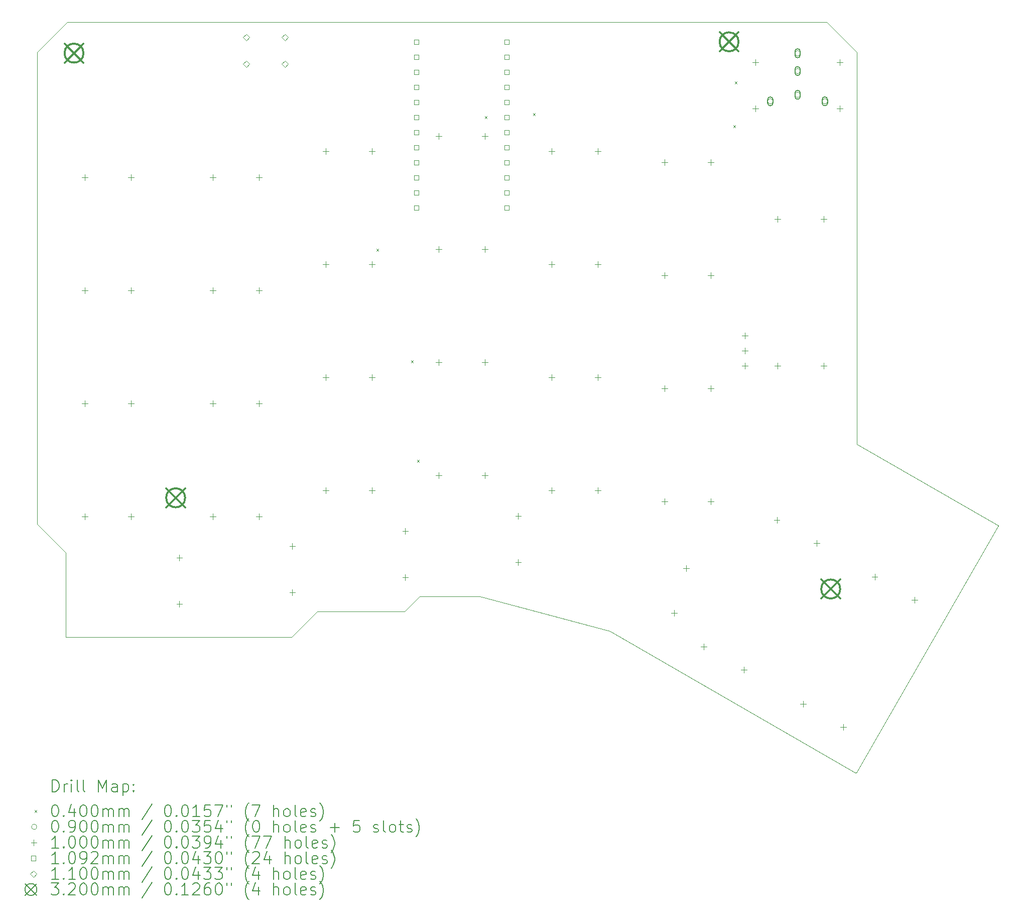
<source format=gbr>
%TF.GenerationSoftware,KiCad,Pcbnew,7.0.8*%
%TF.CreationDate,2023-11-23T13:30:29+08:00*%
%TF.ProjectId,redox_rev1_hs,7265646f-785f-4726-9576-315f68732e6b,1.0*%
%TF.SameCoordinates,Original*%
%TF.FileFunction,Drillmap*%
%TF.FilePolarity,Positive*%
%FSLAX45Y45*%
G04 Gerber Fmt 4.5, Leading zero omitted, Abs format (unit mm)*
G04 Created by KiCad (PCBNEW 7.0.8) date 2023-11-23 13:30:29*
%MOMM*%
%LPD*%
G01*
G04 APERTURE LIST*
%ADD10C,0.100000*%
%ADD11C,0.200000*%
%ADD12C,0.040000*%
%ADD13C,0.090000*%
%ADD14C,0.109220*%
%ADD15C,0.110000*%
%ADD16C,0.320000*%
G04 APERTURE END LIST*
D10*
X21272500Y-4876800D02*
X8458200Y-4876800D01*
X12674600Y-14808200D02*
X14147800Y-14808200D01*
X21780500Y-5384800D02*
X21272500Y-4876800D01*
X21780500Y-6400800D02*
X21780500Y-11988800D01*
X21780500Y-11988800D02*
X24168100Y-13360400D01*
X15417800Y-14554200D02*
X14401800Y-14554200D01*
X17614900Y-15138400D02*
X15417800Y-14554200D01*
X12242800Y-15240000D02*
X12674600Y-14808200D01*
X21755100Y-17526000D02*
X17614900Y-15138400D01*
X21755100Y-17526000D02*
X21767800Y-17526000D01*
X7950200Y-5715000D02*
X7950200Y-13335000D01*
X7950200Y-5384800D02*
X8458200Y-4876800D01*
X7950200Y-13335000D02*
X8432800Y-13817600D01*
X14147800Y-14808200D02*
X14401800Y-14554200D01*
X21767800Y-17526000D02*
X24168100Y-13360400D01*
X7950200Y-5384800D02*
X7950200Y-5715000D01*
X8432800Y-13817600D02*
X8432800Y-15240000D01*
X21780500Y-5384800D02*
X21780500Y-6400800D01*
X8432800Y-15240000D02*
X12242800Y-15240000D01*
D11*
D12*
X13670600Y-8692200D02*
X13710600Y-8732200D01*
X13710600Y-8692200D02*
X13670600Y-8732200D01*
X14254800Y-10571800D02*
X14294800Y-10611800D01*
X14294800Y-10571800D02*
X14254800Y-10611800D01*
X14356400Y-12248200D02*
X14396400Y-12288200D01*
X14396400Y-12248200D02*
X14356400Y-12288200D01*
X15499400Y-6457000D02*
X15539400Y-6497000D01*
X15539400Y-6457000D02*
X15499400Y-6497000D01*
X16312200Y-6406200D02*
X16352200Y-6446200D01*
X16352200Y-6406200D02*
X16312200Y-6446200D01*
X19690400Y-6609400D02*
X19730400Y-6649400D01*
X19730400Y-6609400D02*
X19690400Y-6649400D01*
X19715800Y-5872800D02*
X19755800Y-5912800D01*
X19755800Y-5872800D02*
X19715800Y-5912800D01*
D13*
X20362200Y-6210000D02*
G75*
G03*
X20362200Y-6210000I-45000J0D01*
G01*
D11*
X20272200Y-6180000D02*
X20272200Y-6240000D01*
X20272200Y-6240000D02*
G75*
G03*
X20362200Y-6240000I45000J0D01*
G01*
X20362200Y-6240000D02*
X20362200Y-6180000D01*
X20362200Y-6180000D02*
G75*
G03*
X20272200Y-6180000I-45000J0D01*
G01*
D13*
X20822200Y-5400000D02*
G75*
G03*
X20822200Y-5400000I-45000J0D01*
G01*
D11*
X20732200Y-5370000D02*
X20732200Y-5430000D01*
X20732200Y-5430000D02*
G75*
G03*
X20822200Y-5430000I45000J0D01*
G01*
X20822200Y-5430000D02*
X20822200Y-5370000D01*
X20822200Y-5370000D02*
G75*
G03*
X20732200Y-5370000I-45000J0D01*
G01*
D13*
X20822200Y-5700000D02*
G75*
G03*
X20822200Y-5700000I-45000J0D01*
G01*
D11*
X20732200Y-5670000D02*
X20732200Y-5730000D01*
X20732200Y-5730000D02*
G75*
G03*
X20822200Y-5730000I45000J0D01*
G01*
X20822200Y-5730000D02*
X20822200Y-5670000D01*
X20822200Y-5670000D02*
G75*
G03*
X20732200Y-5670000I-45000J0D01*
G01*
D13*
X20822200Y-6100000D02*
G75*
G03*
X20822200Y-6100000I-45000J0D01*
G01*
D11*
X20732200Y-6070000D02*
X20732200Y-6130000D01*
X20732200Y-6130000D02*
G75*
G03*
X20822200Y-6130000I45000J0D01*
G01*
X20822200Y-6130000D02*
X20822200Y-6070000D01*
X20822200Y-6070000D02*
G75*
G03*
X20732200Y-6070000I-45000J0D01*
G01*
D13*
X21282200Y-6210000D02*
G75*
G03*
X21282200Y-6210000I-45000J0D01*
G01*
D11*
X21192200Y-6180000D02*
X21192200Y-6240000D01*
X21192200Y-6240000D02*
G75*
G03*
X21282200Y-6240000I45000J0D01*
G01*
X21282200Y-6240000D02*
X21282200Y-6180000D01*
X21282200Y-6180000D02*
G75*
G03*
X21192200Y-6180000I-45000J0D01*
G01*
D10*
X8754000Y-7443000D02*
X8754000Y-7543000D01*
X8704000Y-7493000D02*
X8804000Y-7493000D01*
X8754000Y-9348000D02*
X8754000Y-9448000D01*
X8704000Y-9398000D02*
X8804000Y-9398000D01*
X8754000Y-11253000D02*
X8754000Y-11353000D01*
X8704000Y-11303000D02*
X8804000Y-11303000D01*
X8754000Y-13158000D02*
X8754000Y-13258000D01*
X8704000Y-13208000D02*
X8804000Y-13208000D01*
X9534000Y-7443000D02*
X9534000Y-7543000D01*
X9484000Y-7493000D02*
X9584000Y-7493000D01*
X9534000Y-9348000D02*
X9534000Y-9448000D01*
X9484000Y-9398000D02*
X9584000Y-9398000D01*
X9534000Y-11253000D02*
X9534000Y-11353000D01*
X9484000Y-11303000D02*
X9584000Y-11303000D01*
X9534000Y-13158000D02*
X9534000Y-13258000D01*
X9484000Y-13208000D02*
X9584000Y-13208000D01*
X10350500Y-13847500D02*
X10350500Y-13947500D01*
X10300500Y-13897500D02*
X10400500Y-13897500D01*
X10350500Y-14627500D02*
X10350500Y-14727500D01*
X10300500Y-14677500D02*
X10400500Y-14677500D01*
X10913000Y-7443000D02*
X10913000Y-7543000D01*
X10863000Y-7493000D02*
X10963000Y-7493000D01*
X10913000Y-9348000D02*
X10913000Y-9448000D01*
X10863000Y-9398000D02*
X10963000Y-9398000D01*
X10913000Y-11253000D02*
X10913000Y-11353000D01*
X10863000Y-11303000D02*
X10963000Y-11303000D01*
X10913000Y-13158000D02*
X10913000Y-13258000D01*
X10863000Y-13208000D02*
X10963000Y-13208000D01*
X11693000Y-7443000D02*
X11693000Y-7543000D01*
X11643000Y-7493000D02*
X11743000Y-7493000D01*
X11693000Y-9348000D02*
X11693000Y-9448000D01*
X11643000Y-9398000D02*
X11743000Y-9398000D01*
X11693000Y-11253000D02*
X11693000Y-11353000D01*
X11643000Y-11303000D02*
X11743000Y-11303000D01*
X11693000Y-13158000D02*
X11693000Y-13258000D01*
X11643000Y-13208000D02*
X11743000Y-13208000D01*
X12255500Y-13657000D02*
X12255500Y-13757000D01*
X12205500Y-13707000D02*
X12305500Y-13707000D01*
X12255500Y-14437000D02*
X12255500Y-14537000D01*
X12205500Y-14487000D02*
X12305500Y-14487000D01*
X12818000Y-6998500D02*
X12818000Y-7098500D01*
X12768000Y-7048500D02*
X12868000Y-7048500D01*
X12818000Y-8903500D02*
X12818000Y-9003500D01*
X12768000Y-8953500D02*
X12868000Y-8953500D01*
X12818000Y-10808500D02*
X12818000Y-10908500D01*
X12768000Y-10858500D02*
X12868000Y-10858500D01*
X12818000Y-12713500D02*
X12818000Y-12813500D01*
X12768000Y-12763500D02*
X12868000Y-12763500D01*
X13598000Y-6998500D02*
X13598000Y-7098500D01*
X13548000Y-7048500D02*
X13648000Y-7048500D01*
X13598000Y-8903500D02*
X13598000Y-9003500D01*
X13548000Y-8953500D02*
X13648000Y-8953500D01*
X13598000Y-10808500D02*
X13598000Y-10908500D01*
X13548000Y-10858500D02*
X13648000Y-10858500D01*
X13598000Y-12713500D02*
X13598000Y-12813500D01*
X13548000Y-12763500D02*
X13648000Y-12763500D01*
X14160500Y-13403000D02*
X14160500Y-13503000D01*
X14110500Y-13453000D02*
X14210500Y-13453000D01*
X14160500Y-14183000D02*
X14160500Y-14283000D01*
X14110500Y-14233000D02*
X14210500Y-14233000D01*
X14723000Y-6744500D02*
X14723000Y-6844500D01*
X14673000Y-6794500D02*
X14773000Y-6794500D01*
X14723000Y-8649500D02*
X14723000Y-8749500D01*
X14673000Y-8699500D02*
X14773000Y-8699500D01*
X14723000Y-10554500D02*
X14723000Y-10654500D01*
X14673000Y-10604500D02*
X14773000Y-10604500D01*
X14723000Y-12459500D02*
X14723000Y-12559500D01*
X14673000Y-12509500D02*
X14773000Y-12509500D01*
X15503000Y-6744500D02*
X15503000Y-6844500D01*
X15453000Y-6794500D02*
X15553000Y-6794500D01*
X15503000Y-8649500D02*
X15503000Y-8749500D01*
X15453000Y-8699500D02*
X15553000Y-8699500D01*
X15503000Y-10554500D02*
X15503000Y-10654500D01*
X15453000Y-10604500D02*
X15553000Y-10604500D01*
X15503000Y-12459500D02*
X15503000Y-12559500D01*
X15453000Y-12509500D02*
X15553000Y-12509500D01*
X16065500Y-13149000D02*
X16065500Y-13249000D01*
X16015500Y-13199000D02*
X16115500Y-13199000D01*
X16065500Y-13929000D02*
X16065500Y-14029000D01*
X16015500Y-13979000D02*
X16115500Y-13979000D01*
X16628000Y-6998500D02*
X16628000Y-7098500D01*
X16578000Y-7048500D02*
X16678000Y-7048500D01*
X16628000Y-8903500D02*
X16628000Y-9003500D01*
X16578000Y-8953500D02*
X16678000Y-8953500D01*
X16628000Y-10808500D02*
X16628000Y-10908500D01*
X16578000Y-10858500D02*
X16678000Y-10858500D01*
X16628000Y-12713500D02*
X16628000Y-12813500D01*
X16578000Y-12763500D02*
X16678000Y-12763500D01*
X17408000Y-6998500D02*
X17408000Y-7098500D01*
X17358000Y-7048500D02*
X17458000Y-7048500D01*
X17408000Y-8903500D02*
X17408000Y-9003500D01*
X17358000Y-8953500D02*
X17458000Y-8953500D01*
X17408000Y-10808500D02*
X17408000Y-10908500D01*
X17358000Y-10858500D02*
X17458000Y-10858500D01*
X17408000Y-12713500D02*
X17408000Y-12813500D01*
X17358000Y-12763500D02*
X17458000Y-12763500D01*
X18533000Y-7189000D02*
X18533000Y-7289000D01*
X18483000Y-7239000D02*
X18583000Y-7239000D01*
X18533000Y-9094000D02*
X18533000Y-9194000D01*
X18483000Y-9144000D02*
X18583000Y-9144000D01*
X18533000Y-10999000D02*
X18533000Y-11099000D01*
X18483000Y-11049000D02*
X18583000Y-11049000D01*
X18533000Y-12904000D02*
X18533000Y-13004000D01*
X18483000Y-12954000D02*
X18583000Y-12954000D01*
X18695061Y-14779311D02*
X18695061Y-14879311D01*
X18645061Y-14829311D02*
X18745061Y-14829311D01*
X18896939Y-14025889D02*
X18896939Y-14125889D01*
X18846939Y-14075889D02*
X18946939Y-14075889D01*
X19194850Y-15350600D02*
X19194850Y-15450600D01*
X19144850Y-15400600D02*
X19244850Y-15400600D01*
X19313000Y-7189000D02*
X19313000Y-7289000D01*
X19263000Y-7239000D02*
X19363000Y-7239000D01*
X19313000Y-9094000D02*
X19313000Y-9194000D01*
X19263000Y-9144000D02*
X19363000Y-9144000D01*
X19313000Y-10999000D02*
X19313000Y-11099000D01*
X19263000Y-11049000D02*
X19363000Y-11049000D01*
X19313000Y-12904000D02*
X19313000Y-13004000D01*
X19263000Y-12954000D02*
X19363000Y-12954000D01*
X19870350Y-15740600D02*
X19870350Y-15840600D01*
X19820350Y-15790600D02*
X19920350Y-15790600D01*
X19888200Y-10110000D02*
X19888200Y-10210000D01*
X19838200Y-10160000D02*
X19938200Y-10160000D01*
X19888200Y-10364000D02*
X19888200Y-10464000D01*
X19838200Y-10414000D02*
X19938200Y-10414000D01*
X19888200Y-10618000D02*
X19888200Y-10718000D01*
X19838200Y-10668000D02*
X19938200Y-10668000D01*
X20066000Y-5503600D02*
X20066000Y-5603600D01*
X20016000Y-5553600D02*
X20116000Y-5553600D01*
X20066000Y-6283600D02*
X20066000Y-6383600D01*
X20016000Y-6333600D02*
X20116000Y-6333600D01*
X20426750Y-13217000D02*
X20426750Y-13317000D01*
X20376750Y-13267000D02*
X20476750Y-13267000D01*
X20438000Y-8141500D02*
X20438000Y-8241500D01*
X20388000Y-8191500D02*
X20488000Y-8191500D01*
X20438000Y-10618000D02*
X20438000Y-10718000D01*
X20388000Y-10668000D02*
X20488000Y-10668000D01*
X20871250Y-16315800D02*
X20871250Y-16415800D01*
X20821250Y-16365800D02*
X20921250Y-16365800D01*
X21102250Y-13607000D02*
X21102250Y-13707000D01*
X21052250Y-13657000D02*
X21152250Y-13657000D01*
X21218000Y-8141500D02*
X21218000Y-8241500D01*
X21168000Y-8191500D02*
X21268000Y-8191500D01*
X21218000Y-10618000D02*
X21218000Y-10718000D01*
X21168000Y-10668000D02*
X21268000Y-10668000D01*
X21488400Y-5503600D02*
X21488400Y-5603600D01*
X21438400Y-5553600D02*
X21538400Y-5553600D01*
X21488400Y-6283600D02*
X21488400Y-6383600D01*
X21438400Y-6333600D02*
X21538400Y-6333600D01*
X21546750Y-16705800D02*
X21546750Y-16805800D01*
X21496750Y-16755800D02*
X21596750Y-16755800D01*
X22077750Y-14169500D02*
X22077750Y-14269500D01*
X22027750Y-14219500D02*
X22127750Y-14219500D01*
X22753250Y-14559500D02*
X22753250Y-14659500D01*
X22703250Y-14609500D02*
X22803250Y-14609500D01*
D14*
X14389615Y-5245616D02*
X14389615Y-5168385D01*
X14312384Y-5168385D01*
X14312384Y-5245616D01*
X14389615Y-5245616D01*
X14389615Y-5499616D02*
X14389615Y-5422385D01*
X14312384Y-5422385D01*
X14312384Y-5499616D01*
X14389615Y-5499616D01*
X14389615Y-5753615D02*
X14389615Y-5676384D01*
X14312384Y-5676384D01*
X14312384Y-5753615D01*
X14389615Y-5753615D01*
X14389615Y-6007615D02*
X14389615Y-5930384D01*
X14312384Y-5930384D01*
X14312384Y-6007615D01*
X14389615Y-6007615D01*
X14389615Y-6261615D02*
X14389615Y-6184384D01*
X14312384Y-6184384D01*
X14312384Y-6261615D01*
X14389615Y-6261615D01*
X14389615Y-6515615D02*
X14389615Y-6438384D01*
X14312384Y-6438384D01*
X14312384Y-6515615D01*
X14389615Y-6515615D01*
X14389615Y-6769615D02*
X14389615Y-6692384D01*
X14312384Y-6692384D01*
X14312384Y-6769615D01*
X14389615Y-6769615D01*
X14389615Y-7023615D02*
X14389615Y-6946384D01*
X14312384Y-6946384D01*
X14312384Y-7023615D01*
X14389615Y-7023615D01*
X14389615Y-7277615D02*
X14389615Y-7200384D01*
X14312384Y-7200384D01*
X14312384Y-7277615D01*
X14389615Y-7277615D01*
X14389615Y-7531615D02*
X14389615Y-7454384D01*
X14312384Y-7454384D01*
X14312384Y-7531615D01*
X14389615Y-7531615D01*
X14389615Y-7785615D02*
X14389615Y-7708384D01*
X14312384Y-7708384D01*
X14312384Y-7785615D01*
X14389615Y-7785615D01*
X14389615Y-8039615D02*
X14389615Y-7962384D01*
X14312384Y-7962384D01*
X14312384Y-8039615D01*
X14389615Y-8039615D01*
X15913615Y-5245616D02*
X15913615Y-5168385D01*
X15836384Y-5168385D01*
X15836384Y-5245616D01*
X15913615Y-5245616D01*
X15913615Y-5499616D02*
X15913615Y-5422385D01*
X15836384Y-5422385D01*
X15836384Y-5499616D01*
X15913615Y-5499616D01*
X15913615Y-5753615D02*
X15913615Y-5676384D01*
X15836384Y-5676384D01*
X15836384Y-5753615D01*
X15913615Y-5753615D01*
X15913615Y-6007615D02*
X15913615Y-5930384D01*
X15836384Y-5930384D01*
X15836384Y-6007615D01*
X15913615Y-6007615D01*
X15913615Y-6261615D02*
X15913615Y-6184384D01*
X15836384Y-6184384D01*
X15836384Y-6261615D01*
X15913615Y-6261615D01*
X15913615Y-6515615D02*
X15913615Y-6438384D01*
X15836384Y-6438384D01*
X15836384Y-6515615D01*
X15913615Y-6515615D01*
X15913615Y-6769615D02*
X15913615Y-6692384D01*
X15836384Y-6692384D01*
X15836384Y-6769615D01*
X15913615Y-6769615D01*
X15913615Y-7023615D02*
X15913615Y-6946384D01*
X15836384Y-6946384D01*
X15836384Y-7023615D01*
X15913615Y-7023615D01*
X15913615Y-7277615D02*
X15913615Y-7200384D01*
X15836384Y-7200384D01*
X15836384Y-7277615D01*
X15913615Y-7277615D01*
X15913615Y-7531615D02*
X15913615Y-7454384D01*
X15836384Y-7454384D01*
X15836384Y-7531615D01*
X15913615Y-7531615D01*
X15913615Y-7785615D02*
X15913615Y-7708384D01*
X15836384Y-7708384D01*
X15836384Y-7785615D01*
X15913615Y-7785615D01*
X15913615Y-8039615D02*
X15913615Y-7962384D01*
X15836384Y-7962384D01*
X15836384Y-8039615D01*
X15913615Y-8039615D01*
D15*
X11480800Y-5185800D02*
X11535800Y-5130800D01*
X11480800Y-5075800D01*
X11425800Y-5130800D01*
X11480800Y-5185800D01*
X11480800Y-5635800D02*
X11535800Y-5580800D01*
X11480800Y-5525800D01*
X11425800Y-5580800D01*
X11480800Y-5635800D01*
X12130800Y-5185800D02*
X12185800Y-5130800D01*
X12130800Y-5075800D01*
X12075800Y-5130800D01*
X12130800Y-5185800D01*
X12130800Y-5635800D02*
X12185800Y-5580800D01*
X12130800Y-5525800D01*
X12075800Y-5580800D01*
X12130800Y-5635800D01*
D16*
X8412500Y-5237500D02*
X8732500Y-5557500D01*
X8732500Y-5237500D02*
X8412500Y-5557500D01*
X8732500Y-5397500D02*
G75*
G03*
X8732500Y-5397500I-160000J0D01*
G01*
X10127000Y-12730500D02*
X10447000Y-13050500D01*
X10447000Y-12730500D02*
X10127000Y-13050500D01*
X10447000Y-12890500D02*
G75*
G03*
X10447000Y-12890500I-160000J0D01*
G01*
X19461500Y-5047000D02*
X19781500Y-5367000D01*
X19781500Y-5047000D02*
X19461500Y-5367000D01*
X19781500Y-5207000D02*
G75*
G03*
X19781500Y-5207000I-160000J0D01*
G01*
X21176000Y-14267200D02*
X21496000Y-14587200D01*
X21496000Y-14267200D02*
X21176000Y-14587200D01*
X21496000Y-14427200D02*
G75*
G03*
X21496000Y-14427200I-160000J0D01*
G01*
D11*
X8205977Y-17842484D02*
X8205977Y-17642484D01*
X8205977Y-17642484D02*
X8253596Y-17642484D01*
X8253596Y-17642484D02*
X8282167Y-17652008D01*
X8282167Y-17652008D02*
X8301215Y-17671055D01*
X8301215Y-17671055D02*
X8310739Y-17690103D01*
X8310739Y-17690103D02*
X8320262Y-17728198D01*
X8320262Y-17728198D02*
X8320262Y-17756770D01*
X8320262Y-17756770D02*
X8310739Y-17794865D01*
X8310739Y-17794865D02*
X8301215Y-17813912D01*
X8301215Y-17813912D02*
X8282167Y-17832960D01*
X8282167Y-17832960D02*
X8253596Y-17842484D01*
X8253596Y-17842484D02*
X8205977Y-17842484D01*
X8405977Y-17842484D02*
X8405977Y-17709150D01*
X8405977Y-17747246D02*
X8415501Y-17728198D01*
X8415501Y-17728198D02*
X8425024Y-17718674D01*
X8425024Y-17718674D02*
X8444072Y-17709150D01*
X8444072Y-17709150D02*
X8463120Y-17709150D01*
X8529786Y-17842484D02*
X8529786Y-17709150D01*
X8529786Y-17642484D02*
X8520263Y-17652008D01*
X8520263Y-17652008D02*
X8529786Y-17661531D01*
X8529786Y-17661531D02*
X8539310Y-17652008D01*
X8539310Y-17652008D02*
X8529786Y-17642484D01*
X8529786Y-17642484D02*
X8529786Y-17661531D01*
X8653596Y-17842484D02*
X8634548Y-17832960D01*
X8634548Y-17832960D02*
X8625024Y-17813912D01*
X8625024Y-17813912D02*
X8625024Y-17642484D01*
X8758358Y-17842484D02*
X8739310Y-17832960D01*
X8739310Y-17832960D02*
X8729786Y-17813912D01*
X8729786Y-17813912D02*
X8729786Y-17642484D01*
X8986929Y-17842484D02*
X8986929Y-17642484D01*
X8986929Y-17642484D02*
X9053596Y-17785341D01*
X9053596Y-17785341D02*
X9120263Y-17642484D01*
X9120263Y-17642484D02*
X9120263Y-17842484D01*
X9301215Y-17842484D02*
X9301215Y-17737722D01*
X9301215Y-17737722D02*
X9291691Y-17718674D01*
X9291691Y-17718674D02*
X9272644Y-17709150D01*
X9272644Y-17709150D02*
X9234548Y-17709150D01*
X9234548Y-17709150D02*
X9215501Y-17718674D01*
X9301215Y-17832960D02*
X9282167Y-17842484D01*
X9282167Y-17842484D02*
X9234548Y-17842484D01*
X9234548Y-17842484D02*
X9215501Y-17832960D01*
X9215501Y-17832960D02*
X9205977Y-17813912D01*
X9205977Y-17813912D02*
X9205977Y-17794865D01*
X9205977Y-17794865D02*
X9215501Y-17775817D01*
X9215501Y-17775817D02*
X9234548Y-17766293D01*
X9234548Y-17766293D02*
X9282167Y-17766293D01*
X9282167Y-17766293D02*
X9301215Y-17756770D01*
X9396453Y-17709150D02*
X9396453Y-17909150D01*
X9396453Y-17718674D02*
X9415501Y-17709150D01*
X9415501Y-17709150D02*
X9453596Y-17709150D01*
X9453596Y-17709150D02*
X9472644Y-17718674D01*
X9472644Y-17718674D02*
X9482167Y-17728198D01*
X9482167Y-17728198D02*
X9491691Y-17747246D01*
X9491691Y-17747246D02*
X9491691Y-17804389D01*
X9491691Y-17804389D02*
X9482167Y-17823436D01*
X9482167Y-17823436D02*
X9472644Y-17832960D01*
X9472644Y-17832960D02*
X9453596Y-17842484D01*
X9453596Y-17842484D02*
X9415501Y-17842484D01*
X9415501Y-17842484D02*
X9396453Y-17832960D01*
X9577405Y-17823436D02*
X9586929Y-17832960D01*
X9586929Y-17832960D02*
X9577405Y-17842484D01*
X9577405Y-17842484D02*
X9567882Y-17832960D01*
X9567882Y-17832960D02*
X9577405Y-17823436D01*
X9577405Y-17823436D02*
X9577405Y-17842484D01*
X9577405Y-17718674D02*
X9586929Y-17728198D01*
X9586929Y-17728198D02*
X9577405Y-17737722D01*
X9577405Y-17737722D02*
X9567882Y-17728198D01*
X9567882Y-17728198D02*
X9577405Y-17718674D01*
X9577405Y-17718674D02*
X9577405Y-17737722D01*
D12*
X7905200Y-18151000D02*
X7945200Y-18191000D01*
X7945200Y-18151000D02*
X7905200Y-18191000D01*
D11*
X8244072Y-18062484D02*
X8263120Y-18062484D01*
X8263120Y-18062484D02*
X8282167Y-18072008D01*
X8282167Y-18072008D02*
X8291691Y-18081531D01*
X8291691Y-18081531D02*
X8301215Y-18100579D01*
X8301215Y-18100579D02*
X8310739Y-18138674D01*
X8310739Y-18138674D02*
X8310739Y-18186293D01*
X8310739Y-18186293D02*
X8301215Y-18224389D01*
X8301215Y-18224389D02*
X8291691Y-18243436D01*
X8291691Y-18243436D02*
X8282167Y-18252960D01*
X8282167Y-18252960D02*
X8263120Y-18262484D01*
X8263120Y-18262484D02*
X8244072Y-18262484D01*
X8244072Y-18262484D02*
X8225024Y-18252960D01*
X8225024Y-18252960D02*
X8215501Y-18243436D01*
X8215501Y-18243436D02*
X8205977Y-18224389D01*
X8205977Y-18224389D02*
X8196453Y-18186293D01*
X8196453Y-18186293D02*
X8196453Y-18138674D01*
X8196453Y-18138674D02*
X8205977Y-18100579D01*
X8205977Y-18100579D02*
X8215501Y-18081531D01*
X8215501Y-18081531D02*
X8225024Y-18072008D01*
X8225024Y-18072008D02*
X8244072Y-18062484D01*
X8396453Y-18243436D02*
X8405977Y-18252960D01*
X8405977Y-18252960D02*
X8396453Y-18262484D01*
X8396453Y-18262484D02*
X8386929Y-18252960D01*
X8386929Y-18252960D02*
X8396453Y-18243436D01*
X8396453Y-18243436D02*
X8396453Y-18262484D01*
X8577405Y-18129150D02*
X8577405Y-18262484D01*
X8529786Y-18052960D02*
X8482167Y-18195817D01*
X8482167Y-18195817D02*
X8605977Y-18195817D01*
X8720263Y-18062484D02*
X8739310Y-18062484D01*
X8739310Y-18062484D02*
X8758358Y-18072008D01*
X8758358Y-18072008D02*
X8767882Y-18081531D01*
X8767882Y-18081531D02*
X8777405Y-18100579D01*
X8777405Y-18100579D02*
X8786929Y-18138674D01*
X8786929Y-18138674D02*
X8786929Y-18186293D01*
X8786929Y-18186293D02*
X8777405Y-18224389D01*
X8777405Y-18224389D02*
X8767882Y-18243436D01*
X8767882Y-18243436D02*
X8758358Y-18252960D01*
X8758358Y-18252960D02*
X8739310Y-18262484D01*
X8739310Y-18262484D02*
X8720263Y-18262484D01*
X8720263Y-18262484D02*
X8701215Y-18252960D01*
X8701215Y-18252960D02*
X8691691Y-18243436D01*
X8691691Y-18243436D02*
X8682167Y-18224389D01*
X8682167Y-18224389D02*
X8672644Y-18186293D01*
X8672644Y-18186293D02*
X8672644Y-18138674D01*
X8672644Y-18138674D02*
X8682167Y-18100579D01*
X8682167Y-18100579D02*
X8691691Y-18081531D01*
X8691691Y-18081531D02*
X8701215Y-18072008D01*
X8701215Y-18072008D02*
X8720263Y-18062484D01*
X8910739Y-18062484D02*
X8929786Y-18062484D01*
X8929786Y-18062484D02*
X8948834Y-18072008D01*
X8948834Y-18072008D02*
X8958358Y-18081531D01*
X8958358Y-18081531D02*
X8967882Y-18100579D01*
X8967882Y-18100579D02*
X8977405Y-18138674D01*
X8977405Y-18138674D02*
X8977405Y-18186293D01*
X8977405Y-18186293D02*
X8967882Y-18224389D01*
X8967882Y-18224389D02*
X8958358Y-18243436D01*
X8958358Y-18243436D02*
X8948834Y-18252960D01*
X8948834Y-18252960D02*
X8929786Y-18262484D01*
X8929786Y-18262484D02*
X8910739Y-18262484D01*
X8910739Y-18262484D02*
X8891691Y-18252960D01*
X8891691Y-18252960D02*
X8882167Y-18243436D01*
X8882167Y-18243436D02*
X8872644Y-18224389D01*
X8872644Y-18224389D02*
X8863120Y-18186293D01*
X8863120Y-18186293D02*
X8863120Y-18138674D01*
X8863120Y-18138674D02*
X8872644Y-18100579D01*
X8872644Y-18100579D02*
X8882167Y-18081531D01*
X8882167Y-18081531D02*
X8891691Y-18072008D01*
X8891691Y-18072008D02*
X8910739Y-18062484D01*
X9063120Y-18262484D02*
X9063120Y-18129150D01*
X9063120Y-18148198D02*
X9072644Y-18138674D01*
X9072644Y-18138674D02*
X9091691Y-18129150D01*
X9091691Y-18129150D02*
X9120263Y-18129150D01*
X9120263Y-18129150D02*
X9139310Y-18138674D01*
X9139310Y-18138674D02*
X9148834Y-18157722D01*
X9148834Y-18157722D02*
X9148834Y-18262484D01*
X9148834Y-18157722D02*
X9158358Y-18138674D01*
X9158358Y-18138674D02*
X9177405Y-18129150D01*
X9177405Y-18129150D02*
X9205977Y-18129150D01*
X9205977Y-18129150D02*
X9225025Y-18138674D01*
X9225025Y-18138674D02*
X9234548Y-18157722D01*
X9234548Y-18157722D02*
X9234548Y-18262484D01*
X9329786Y-18262484D02*
X9329786Y-18129150D01*
X9329786Y-18148198D02*
X9339310Y-18138674D01*
X9339310Y-18138674D02*
X9358358Y-18129150D01*
X9358358Y-18129150D02*
X9386929Y-18129150D01*
X9386929Y-18129150D02*
X9405977Y-18138674D01*
X9405977Y-18138674D02*
X9415501Y-18157722D01*
X9415501Y-18157722D02*
X9415501Y-18262484D01*
X9415501Y-18157722D02*
X9425025Y-18138674D01*
X9425025Y-18138674D02*
X9444072Y-18129150D01*
X9444072Y-18129150D02*
X9472644Y-18129150D01*
X9472644Y-18129150D02*
X9491691Y-18138674D01*
X9491691Y-18138674D02*
X9501215Y-18157722D01*
X9501215Y-18157722D02*
X9501215Y-18262484D01*
X9891691Y-18052960D02*
X9720263Y-18310103D01*
X10148834Y-18062484D02*
X10167882Y-18062484D01*
X10167882Y-18062484D02*
X10186929Y-18072008D01*
X10186929Y-18072008D02*
X10196453Y-18081531D01*
X10196453Y-18081531D02*
X10205977Y-18100579D01*
X10205977Y-18100579D02*
X10215501Y-18138674D01*
X10215501Y-18138674D02*
X10215501Y-18186293D01*
X10215501Y-18186293D02*
X10205977Y-18224389D01*
X10205977Y-18224389D02*
X10196453Y-18243436D01*
X10196453Y-18243436D02*
X10186929Y-18252960D01*
X10186929Y-18252960D02*
X10167882Y-18262484D01*
X10167882Y-18262484D02*
X10148834Y-18262484D01*
X10148834Y-18262484D02*
X10129787Y-18252960D01*
X10129787Y-18252960D02*
X10120263Y-18243436D01*
X10120263Y-18243436D02*
X10110739Y-18224389D01*
X10110739Y-18224389D02*
X10101215Y-18186293D01*
X10101215Y-18186293D02*
X10101215Y-18138674D01*
X10101215Y-18138674D02*
X10110739Y-18100579D01*
X10110739Y-18100579D02*
X10120263Y-18081531D01*
X10120263Y-18081531D02*
X10129787Y-18072008D01*
X10129787Y-18072008D02*
X10148834Y-18062484D01*
X10301215Y-18243436D02*
X10310739Y-18252960D01*
X10310739Y-18252960D02*
X10301215Y-18262484D01*
X10301215Y-18262484D02*
X10291691Y-18252960D01*
X10291691Y-18252960D02*
X10301215Y-18243436D01*
X10301215Y-18243436D02*
X10301215Y-18262484D01*
X10434548Y-18062484D02*
X10453596Y-18062484D01*
X10453596Y-18062484D02*
X10472644Y-18072008D01*
X10472644Y-18072008D02*
X10482168Y-18081531D01*
X10482168Y-18081531D02*
X10491691Y-18100579D01*
X10491691Y-18100579D02*
X10501215Y-18138674D01*
X10501215Y-18138674D02*
X10501215Y-18186293D01*
X10501215Y-18186293D02*
X10491691Y-18224389D01*
X10491691Y-18224389D02*
X10482168Y-18243436D01*
X10482168Y-18243436D02*
X10472644Y-18252960D01*
X10472644Y-18252960D02*
X10453596Y-18262484D01*
X10453596Y-18262484D02*
X10434548Y-18262484D01*
X10434548Y-18262484D02*
X10415501Y-18252960D01*
X10415501Y-18252960D02*
X10405977Y-18243436D01*
X10405977Y-18243436D02*
X10396453Y-18224389D01*
X10396453Y-18224389D02*
X10386929Y-18186293D01*
X10386929Y-18186293D02*
X10386929Y-18138674D01*
X10386929Y-18138674D02*
X10396453Y-18100579D01*
X10396453Y-18100579D02*
X10405977Y-18081531D01*
X10405977Y-18081531D02*
X10415501Y-18072008D01*
X10415501Y-18072008D02*
X10434548Y-18062484D01*
X10691691Y-18262484D02*
X10577406Y-18262484D01*
X10634548Y-18262484D02*
X10634548Y-18062484D01*
X10634548Y-18062484D02*
X10615501Y-18091055D01*
X10615501Y-18091055D02*
X10596453Y-18110103D01*
X10596453Y-18110103D02*
X10577406Y-18119627D01*
X10872644Y-18062484D02*
X10777406Y-18062484D01*
X10777406Y-18062484D02*
X10767882Y-18157722D01*
X10767882Y-18157722D02*
X10777406Y-18148198D01*
X10777406Y-18148198D02*
X10796453Y-18138674D01*
X10796453Y-18138674D02*
X10844072Y-18138674D01*
X10844072Y-18138674D02*
X10863120Y-18148198D01*
X10863120Y-18148198D02*
X10872644Y-18157722D01*
X10872644Y-18157722D02*
X10882168Y-18176770D01*
X10882168Y-18176770D02*
X10882168Y-18224389D01*
X10882168Y-18224389D02*
X10872644Y-18243436D01*
X10872644Y-18243436D02*
X10863120Y-18252960D01*
X10863120Y-18252960D02*
X10844072Y-18262484D01*
X10844072Y-18262484D02*
X10796453Y-18262484D01*
X10796453Y-18262484D02*
X10777406Y-18252960D01*
X10777406Y-18252960D02*
X10767882Y-18243436D01*
X10948834Y-18062484D02*
X11082168Y-18062484D01*
X11082168Y-18062484D02*
X10996453Y-18262484D01*
X11148834Y-18062484D02*
X11148834Y-18100579D01*
X11225025Y-18062484D02*
X11225025Y-18100579D01*
X11520263Y-18338674D02*
X11510739Y-18329150D01*
X11510739Y-18329150D02*
X11491691Y-18300579D01*
X11491691Y-18300579D02*
X11482168Y-18281531D01*
X11482168Y-18281531D02*
X11472644Y-18252960D01*
X11472644Y-18252960D02*
X11463120Y-18205341D01*
X11463120Y-18205341D02*
X11463120Y-18167246D01*
X11463120Y-18167246D02*
X11472644Y-18119627D01*
X11472644Y-18119627D02*
X11482168Y-18091055D01*
X11482168Y-18091055D02*
X11491691Y-18072008D01*
X11491691Y-18072008D02*
X11510739Y-18043436D01*
X11510739Y-18043436D02*
X11520263Y-18033912D01*
X11577406Y-18062484D02*
X11710739Y-18062484D01*
X11710739Y-18062484D02*
X11625025Y-18262484D01*
X11939310Y-18262484D02*
X11939310Y-18062484D01*
X12025025Y-18262484D02*
X12025025Y-18157722D01*
X12025025Y-18157722D02*
X12015501Y-18138674D01*
X12015501Y-18138674D02*
X11996453Y-18129150D01*
X11996453Y-18129150D02*
X11967882Y-18129150D01*
X11967882Y-18129150D02*
X11948834Y-18138674D01*
X11948834Y-18138674D02*
X11939310Y-18148198D01*
X12148834Y-18262484D02*
X12129787Y-18252960D01*
X12129787Y-18252960D02*
X12120263Y-18243436D01*
X12120263Y-18243436D02*
X12110739Y-18224389D01*
X12110739Y-18224389D02*
X12110739Y-18167246D01*
X12110739Y-18167246D02*
X12120263Y-18148198D01*
X12120263Y-18148198D02*
X12129787Y-18138674D01*
X12129787Y-18138674D02*
X12148834Y-18129150D01*
X12148834Y-18129150D02*
X12177406Y-18129150D01*
X12177406Y-18129150D02*
X12196453Y-18138674D01*
X12196453Y-18138674D02*
X12205977Y-18148198D01*
X12205977Y-18148198D02*
X12215501Y-18167246D01*
X12215501Y-18167246D02*
X12215501Y-18224389D01*
X12215501Y-18224389D02*
X12205977Y-18243436D01*
X12205977Y-18243436D02*
X12196453Y-18252960D01*
X12196453Y-18252960D02*
X12177406Y-18262484D01*
X12177406Y-18262484D02*
X12148834Y-18262484D01*
X12329787Y-18262484D02*
X12310739Y-18252960D01*
X12310739Y-18252960D02*
X12301215Y-18233912D01*
X12301215Y-18233912D02*
X12301215Y-18062484D01*
X12482168Y-18252960D02*
X12463120Y-18262484D01*
X12463120Y-18262484D02*
X12425025Y-18262484D01*
X12425025Y-18262484D02*
X12405977Y-18252960D01*
X12405977Y-18252960D02*
X12396453Y-18233912D01*
X12396453Y-18233912D02*
X12396453Y-18157722D01*
X12396453Y-18157722D02*
X12405977Y-18138674D01*
X12405977Y-18138674D02*
X12425025Y-18129150D01*
X12425025Y-18129150D02*
X12463120Y-18129150D01*
X12463120Y-18129150D02*
X12482168Y-18138674D01*
X12482168Y-18138674D02*
X12491691Y-18157722D01*
X12491691Y-18157722D02*
X12491691Y-18176770D01*
X12491691Y-18176770D02*
X12396453Y-18195817D01*
X12567882Y-18252960D02*
X12586930Y-18262484D01*
X12586930Y-18262484D02*
X12625025Y-18262484D01*
X12625025Y-18262484D02*
X12644072Y-18252960D01*
X12644072Y-18252960D02*
X12653596Y-18233912D01*
X12653596Y-18233912D02*
X12653596Y-18224389D01*
X12653596Y-18224389D02*
X12644072Y-18205341D01*
X12644072Y-18205341D02*
X12625025Y-18195817D01*
X12625025Y-18195817D02*
X12596453Y-18195817D01*
X12596453Y-18195817D02*
X12577406Y-18186293D01*
X12577406Y-18186293D02*
X12567882Y-18167246D01*
X12567882Y-18167246D02*
X12567882Y-18157722D01*
X12567882Y-18157722D02*
X12577406Y-18138674D01*
X12577406Y-18138674D02*
X12596453Y-18129150D01*
X12596453Y-18129150D02*
X12625025Y-18129150D01*
X12625025Y-18129150D02*
X12644072Y-18138674D01*
X12720263Y-18338674D02*
X12729787Y-18329150D01*
X12729787Y-18329150D02*
X12748834Y-18300579D01*
X12748834Y-18300579D02*
X12758358Y-18281531D01*
X12758358Y-18281531D02*
X12767882Y-18252960D01*
X12767882Y-18252960D02*
X12777406Y-18205341D01*
X12777406Y-18205341D02*
X12777406Y-18167246D01*
X12777406Y-18167246D02*
X12767882Y-18119627D01*
X12767882Y-18119627D02*
X12758358Y-18091055D01*
X12758358Y-18091055D02*
X12748834Y-18072008D01*
X12748834Y-18072008D02*
X12729787Y-18043436D01*
X12729787Y-18043436D02*
X12720263Y-18033912D01*
D13*
X7945200Y-18435000D02*
G75*
G03*
X7945200Y-18435000I-45000J0D01*
G01*
D11*
X8244072Y-18326484D02*
X8263120Y-18326484D01*
X8263120Y-18326484D02*
X8282167Y-18336008D01*
X8282167Y-18336008D02*
X8291691Y-18345531D01*
X8291691Y-18345531D02*
X8301215Y-18364579D01*
X8301215Y-18364579D02*
X8310739Y-18402674D01*
X8310739Y-18402674D02*
X8310739Y-18450293D01*
X8310739Y-18450293D02*
X8301215Y-18488389D01*
X8301215Y-18488389D02*
X8291691Y-18507436D01*
X8291691Y-18507436D02*
X8282167Y-18516960D01*
X8282167Y-18516960D02*
X8263120Y-18526484D01*
X8263120Y-18526484D02*
X8244072Y-18526484D01*
X8244072Y-18526484D02*
X8225024Y-18516960D01*
X8225024Y-18516960D02*
X8215501Y-18507436D01*
X8215501Y-18507436D02*
X8205977Y-18488389D01*
X8205977Y-18488389D02*
X8196453Y-18450293D01*
X8196453Y-18450293D02*
X8196453Y-18402674D01*
X8196453Y-18402674D02*
X8205977Y-18364579D01*
X8205977Y-18364579D02*
X8215501Y-18345531D01*
X8215501Y-18345531D02*
X8225024Y-18336008D01*
X8225024Y-18336008D02*
X8244072Y-18326484D01*
X8396453Y-18507436D02*
X8405977Y-18516960D01*
X8405977Y-18516960D02*
X8396453Y-18526484D01*
X8396453Y-18526484D02*
X8386929Y-18516960D01*
X8386929Y-18516960D02*
X8396453Y-18507436D01*
X8396453Y-18507436D02*
X8396453Y-18526484D01*
X8501215Y-18526484D02*
X8539310Y-18526484D01*
X8539310Y-18526484D02*
X8558358Y-18516960D01*
X8558358Y-18516960D02*
X8567882Y-18507436D01*
X8567882Y-18507436D02*
X8586929Y-18478865D01*
X8586929Y-18478865D02*
X8596453Y-18440770D01*
X8596453Y-18440770D02*
X8596453Y-18364579D01*
X8596453Y-18364579D02*
X8586929Y-18345531D01*
X8586929Y-18345531D02*
X8577405Y-18336008D01*
X8577405Y-18336008D02*
X8558358Y-18326484D01*
X8558358Y-18326484D02*
X8520263Y-18326484D01*
X8520263Y-18326484D02*
X8501215Y-18336008D01*
X8501215Y-18336008D02*
X8491691Y-18345531D01*
X8491691Y-18345531D02*
X8482167Y-18364579D01*
X8482167Y-18364579D02*
X8482167Y-18412198D01*
X8482167Y-18412198D02*
X8491691Y-18431246D01*
X8491691Y-18431246D02*
X8501215Y-18440770D01*
X8501215Y-18440770D02*
X8520263Y-18450293D01*
X8520263Y-18450293D02*
X8558358Y-18450293D01*
X8558358Y-18450293D02*
X8577405Y-18440770D01*
X8577405Y-18440770D02*
X8586929Y-18431246D01*
X8586929Y-18431246D02*
X8596453Y-18412198D01*
X8720263Y-18326484D02*
X8739310Y-18326484D01*
X8739310Y-18326484D02*
X8758358Y-18336008D01*
X8758358Y-18336008D02*
X8767882Y-18345531D01*
X8767882Y-18345531D02*
X8777405Y-18364579D01*
X8777405Y-18364579D02*
X8786929Y-18402674D01*
X8786929Y-18402674D02*
X8786929Y-18450293D01*
X8786929Y-18450293D02*
X8777405Y-18488389D01*
X8777405Y-18488389D02*
X8767882Y-18507436D01*
X8767882Y-18507436D02*
X8758358Y-18516960D01*
X8758358Y-18516960D02*
X8739310Y-18526484D01*
X8739310Y-18526484D02*
X8720263Y-18526484D01*
X8720263Y-18526484D02*
X8701215Y-18516960D01*
X8701215Y-18516960D02*
X8691691Y-18507436D01*
X8691691Y-18507436D02*
X8682167Y-18488389D01*
X8682167Y-18488389D02*
X8672644Y-18450293D01*
X8672644Y-18450293D02*
X8672644Y-18402674D01*
X8672644Y-18402674D02*
X8682167Y-18364579D01*
X8682167Y-18364579D02*
X8691691Y-18345531D01*
X8691691Y-18345531D02*
X8701215Y-18336008D01*
X8701215Y-18336008D02*
X8720263Y-18326484D01*
X8910739Y-18326484D02*
X8929786Y-18326484D01*
X8929786Y-18326484D02*
X8948834Y-18336008D01*
X8948834Y-18336008D02*
X8958358Y-18345531D01*
X8958358Y-18345531D02*
X8967882Y-18364579D01*
X8967882Y-18364579D02*
X8977405Y-18402674D01*
X8977405Y-18402674D02*
X8977405Y-18450293D01*
X8977405Y-18450293D02*
X8967882Y-18488389D01*
X8967882Y-18488389D02*
X8958358Y-18507436D01*
X8958358Y-18507436D02*
X8948834Y-18516960D01*
X8948834Y-18516960D02*
X8929786Y-18526484D01*
X8929786Y-18526484D02*
X8910739Y-18526484D01*
X8910739Y-18526484D02*
X8891691Y-18516960D01*
X8891691Y-18516960D02*
X8882167Y-18507436D01*
X8882167Y-18507436D02*
X8872644Y-18488389D01*
X8872644Y-18488389D02*
X8863120Y-18450293D01*
X8863120Y-18450293D02*
X8863120Y-18402674D01*
X8863120Y-18402674D02*
X8872644Y-18364579D01*
X8872644Y-18364579D02*
X8882167Y-18345531D01*
X8882167Y-18345531D02*
X8891691Y-18336008D01*
X8891691Y-18336008D02*
X8910739Y-18326484D01*
X9063120Y-18526484D02*
X9063120Y-18393150D01*
X9063120Y-18412198D02*
X9072644Y-18402674D01*
X9072644Y-18402674D02*
X9091691Y-18393150D01*
X9091691Y-18393150D02*
X9120263Y-18393150D01*
X9120263Y-18393150D02*
X9139310Y-18402674D01*
X9139310Y-18402674D02*
X9148834Y-18421722D01*
X9148834Y-18421722D02*
X9148834Y-18526484D01*
X9148834Y-18421722D02*
X9158358Y-18402674D01*
X9158358Y-18402674D02*
X9177405Y-18393150D01*
X9177405Y-18393150D02*
X9205977Y-18393150D01*
X9205977Y-18393150D02*
X9225025Y-18402674D01*
X9225025Y-18402674D02*
X9234548Y-18421722D01*
X9234548Y-18421722D02*
X9234548Y-18526484D01*
X9329786Y-18526484D02*
X9329786Y-18393150D01*
X9329786Y-18412198D02*
X9339310Y-18402674D01*
X9339310Y-18402674D02*
X9358358Y-18393150D01*
X9358358Y-18393150D02*
X9386929Y-18393150D01*
X9386929Y-18393150D02*
X9405977Y-18402674D01*
X9405977Y-18402674D02*
X9415501Y-18421722D01*
X9415501Y-18421722D02*
X9415501Y-18526484D01*
X9415501Y-18421722D02*
X9425025Y-18402674D01*
X9425025Y-18402674D02*
X9444072Y-18393150D01*
X9444072Y-18393150D02*
X9472644Y-18393150D01*
X9472644Y-18393150D02*
X9491691Y-18402674D01*
X9491691Y-18402674D02*
X9501215Y-18421722D01*
X9501215Y-18421722D02*
X9501215Y-18526484D01*
X9891691Y-18316960D02*
X9720263Y-18574103D01*
X10148834Y-18326484D02*
X10167882Y-18326484D01*
X10167882Y-18326484D02*
X10186929Y-18336008D01*
X10186929Y-18336008D02*
X10196453Y-18345531D01*
X10196453Y-18345531D02*
X10205977Y-18364579D01*
X10205977Y-18364579D02*
X10215501Y-18402674D01*
X10215501Y-18402674D02*
X10215501Y-18450293D01*
X10215501Y-18450293D02*
X10205977Y-18488389D01*
X10205977Y-18488389D02*
X10196453Y-18507436D01*
X10196453Y-18507436D02*
X10186929Y-18516960D01*
X10186929Y-18516960D02*
X10167882Y-18526484D01*
X10167882Y-18526484D02*
X10148834Y-18526484D01*
X10148834Y-18526484D02*
X10129787Y-18516960D01*
X10129787Y-18516960D02*
X10120263Y-18507436D01*
X10120263Y-18507436D02*
X10110739Y-18488389D01*
X10110739Y-18488389D02*
X10101215Y-18450293D01*
X10101215Y-18450293D02*
X10101215Y-18402674D01*
X10101215Y-18402674D02*
X10110739Y-18364579D01*
X10110739Y-18364579D02*
X10120263Y-18345531D01*
X10120263Y-18345531D02*
X10129787Y-18336008D01*
X10129787Y-18336008D02*
X10148834Y-18326484D01*
X10301215Y-18507436D02*
X10310739Y-18516960D01*
X10310739Y-18516960D02*
X10301215Y-18526484D01*
X10301215Y-18526484D02*
X10291691Y-18516960D01*
X10291691Y-18516960D02*
X10301215Y-18507436D01*
X10301215Y-18507436D02*
X10301215Y-18526484D01*
X10434548Y-18326484D02*
X10453596Y-18326484D01*
X10453596Y-18326484D02*
X10472644Y-18336008D01*
X10472644Y-18336008D02*
X10482168Y-18345531D01*
X10482168Y-18345531D02*
X10491691Y-18364579D01*
X10491691Y-18364579D02*
X10501215Y-18402674D01*
X10501215Y-18402674D02*
X10501215Y-18450293D01*
X10501215Y-18450293D02*
X10491691Y-18488389D01*
X10491691Y-18488389D02*
X10482168Y-18507436D01*
X10482168Y-18507436D02*
X10472644Y-18516960D01*
X10472644Y-18516960D02*
X10453596Y-18526484D01*
X10453596Y-18526484D02*
X10434548Y-18526484D01*
X10434548Y-18526484D02*
X10415501Y-18516960D01*
X10415501Y-18516960D02*
X10405977Y-18507436D01*
X10405977Y-18507436D02*
X10396453Y-18488389D01*
X10396453Y-18488389D02*
X10386929Y-18450293D01*
X10386929Y-18450293D02*
X10386929Y-18402674D01*
X10386929Y-18402674D02*
X10396453Y-18364579D01*
X10396453Y-18364579D02*
X10405977Y-18345531D01*
X10405977Y-18345531D02*
X10415501Y-18336008D01*
X10415501Y-18336008D02*
X10434548Y-18326484D01*
X10567882Y-18326484D02*
X10691691Y-18326484D01*
X10691691Y-18326484D02*
X10625025Y-18402674D01*
X10625025Y-18402674D02*
X10653596Y-18402674D01*
X10653596Y-18402674D02*
X10672644Y-18412198D01*
X10672644Y-18412198D02*
X10682168Y-18421722D01*
X10682168Y-18421722D02*
X10691691Y-18440770D01*
X10691691Y-18440770D02*
X10691691Y-18488389D01*
X10691691Y-18488389D02*
X10682168Y-18507436D01*
X10682168Y-18507436D02*
X10672644Y-18516960D01*
X10672644Y-18516960D02*
X10653596Y-18526484D01*
X10653596Y-18526484D02*
X10596453Y-18526484D01*
X10596453Y-18526484D02*
X10577406Y-18516960D01*
X10577406Y-18516960D02*
X10567882Y-18507436D01*
X10872644Y-18326484D02*
X10777406Y-18326484D01*
X10777406Y-18326484D02*
X10767882Y-18421722D01*
X10767882Y-18421722D02*
X10777406Y-18412198D01*
X10777406Y-18412198D02*
X10796453Y-18402674D01*
X10796453Y-18402674D02*
X10844072Y-18402674D01*
X10844072Y-18402674D02*
X10863120Y-18412198D01*
X10863120Y-18412198D02*
X10872644Y-18421722D01*
X10872644Y-18421722D02*
X10882168Y-18440770D01*
X10882168Y-18440770D02*
X10882168Y-18488389D01*
X10882168Y-18488389D02*
X10872644Y-18507436D01*
X10872644Y-18507436D02*
X10863120Y-18516960D01*
X10863120Y-18516960D02*
X10844072Y-18526484D01*
X10844072Y-18526484D02*
X10796453Y-18526484D01*
X10796453Y-18526484D02*
X10777406Y-18516960D01*
X10777406Y-18516960D02*
X10767882Y-18507436D01*
X11053596Y-18393150D02*
X11053596Y-18526484D01*
X11005977Y-18316960D02*
X10958358Y-18459817D01*
X10958358Y-18459817D02*
X11082168Y-18459817D01*
X11148834Y-18326484D02*
X11148834Y-18364579D01*
X11225025Y-18326484D02*
X11225025Y-18364579D01*
X11520263Y-18602674D02*
X11510739Y-18593150D01*
X11510739Y-18593150D02*
X11491691Y-18564579D01*
X11491691Y-18564579D02*
X11482168Y-18545531D01*
X11482168Y-18545531D02*
X11472644Y-18516960D01*
X11472644Y-18516960D02*
X11463120Y-18469341D01*
X11463120Y-18469341D02*
X11463120Y-18431246D01*
X11463120Y-18431246D02*
X11472644Y-18383627D01*
X11472644Y-18383627D02*
X11482168Y-18355055D01*
X11482168Y-18355055D02*
X11491691Y-18336008D01*
X11491691Y-18336008D02*
X11510739Y-18307436D01*
X11510739Y-18307436D02*
X11520263Y-18297912D01*
X11634548Y-18326484D02*
X11653596Y-18326484D01*
X11653596Y-18326484D02*
X11672644Y-18336008D01*
X11672644Y-18336008D02*
X11682168Y-18345531D01*
X11682168Y-18345531D02*
X11691691Y-18364579D01*
X11691691Y-18364579D02*
X11701215Y-18402674D01*
X11701215Y-18402674D02*
X11701215Y-18450293D01*
X11701215Y-18450293D02*
X11691691Y-18488389D01*
X11691691Y-18488389D02*
X11682168Y-18507436D01*
X11682168Y-18507436D02*
X11672644Y-18516960D01*
X11672644Y-18516960D02*
X11653596Y-18526484D01*
X11653596Y-18526484D02*
X11634548Y-18526484D01*
X11634548Y-18526484D02*
X11615501Y-18516960D01*
X11615501Y-18516960D02*
X11605977Y-18507436D01*
X11605977Y-18507436D02*
X11596453Y-18488389D01*
X11596453Y-18488389D02*
X11586929Y-18450293D01*
X11586929Y-18450293D02*
X11586929Y-18402674D01*
X11586929Y-18402674D02*
X11596453Y-18364579D01*
X11596453Y-18364579D02*
X11605977Y-18345531D01*
X11605977Y-18345531D02*
X11615501Y-18336008D01*
X11615501Y-18336008D02*
X11634548Y-18326484D01*
X11939310Y-18526484D02*
X11939310Y-18326484D01*
X12025025Y-18526484D02*
X12025025Y-18421722D01*
X12025025Y-18421722D02*
X12015501Y-18402674D01*
X12015501Y-18402674D02*
X11996453Y-18393150D01*
X11996453Y-18393150D02*
X11967882Y-18393150D01*
X11967882Y-18393150D02*
X11948834Y-18402674D01*
X11948834Y-18402674D02*
X11939310Y-18412198D01*
X12148834Y-18526484D02*
X12129787Y-18516960D01*
X12129787Y-18516960D02*
X12120263Y-18507436D01*
X12120263Y-18507436D02*
X12110739Y-18488389D01*
X12110739Y-18488389D02*
X12110739Y-18431246D01*
X12110739Y-18431246D02*
X12120263Y-18412198D01*
X12120263Y-18412198D02*
X12129787Y-18402674D01*
X12129787Y-18402674D02*
X12148834Y-18393150D01*
X12148834Y-18393150D02*
X12177406Y-18393150D01*
X12177406Y-18393150D02*
X12196453Y-18402674D01*
X12196453Y-18402674D02*
X12205977Y-18412198D01*
X12205977Y-18412198D02*
X12215501Y-18431246D01*
X12215501Y-18431246D02*
X12215501Y-18488389D01*
X12215501Y-18488389D02*
X12205977Y-18507436D01*
X12205977Y-18507436D02*
X12196453Y-18516960D01*
X12196453Y-18516960D02*
X12177406Y-18526484D01*
X12177406Y-18526484D02*
X12148834Y-18526484D01*
X12329787Y-18526484D02*
X12310739Y-18516960D01*
X12310739Y-18516960D02*
X12301215Y-18497912D01*
X12301215Y-18497912D02*
X12301215Y-18326484D01*
X12482168Y-18516960D02*
X12463120Y-18526484D01*
X12463120Y-18526484D02*
X12425025Y-18526484D01*
X12425025Y-18526484D02*
X12405977Y-18516960D01*
X12405977Y-18516960D02*
X12396453Y-18497912D01*
X12396453Y-18497912D02*
X12396453Y-18421722D01*
X12396453Y-18421722D02*
X12405977Y-18402674D01*
X12405977Y-18402674D02*
X12425025Y-18393150D01*
X12425025Y-18393150D02*
X12463120Y-18393150D01*
X12463120Y-18393150D02*
X12482168Y-18402674D01*
X12482168Y-18402674D02*
X12491691Y-18421722D01*
X12491691Y-18421722D02*
X12491691Y-18440770D01*
X12491691Y-18440770D02*
X12396453Y-18459817D01*
X12567882Y-18516960D02*
X12586930Y-18526484D01*
X12586930Y-18526484D02*
X12625025Y-18526484D01*
X12625025Y-18526484D02*
X12644072Y-18516960D01*
X12644072Y-18516960D02*
X12653596Y-18497912D01*
X12653596Y-18497912D02*
X12653596Y-18488389D01*
X12653596Y-18488389D02*
X12644072Y-18469341D01*
X12644072Y-18469341D02*
X12625025Y-18459817D01*
X12625025Y-18459817D02*
X12596453Y-18459817D01*
X12596453Y-18459817D02*
X12577406Y-18450293D01*
X12577406Y-18450293D02*
X12567882Y-18431246D01*
X12567882Y-18431246D02*
X12567882Y-18421722D01*
X12567882Y-18421722D02*
X12577406Y-18402674D01*
X12577406Y-18402674D02*
X12596453Y-18393150D01*
X12596453Y-18393150D02*
X12625025Y-18393150D01*
X12625025Y-18393150D02*
X12644072Y-18402674D01*
X12891692Y-18450293D02*
X13044073Y-18450293D01*
X12967882Y-18526484D02*
X12967882Y-18374103D01*
X13386930Y-18326484D02*
X13291692Y-18326484D01*
X13291692Y-18326484D02*
X13282168Y-18421722D01*
X13282168Y-18421722D02*
X13291692Y-18412198D01*
X13291692Y-18412198D02*
X13310739Y-18402674D01*
X13310739Y-18402674D02*
X13358358Y-18402674D01*
X13358358Y-18402674D02*
X13377406Y-18412198D01*
X13377406Y-18412198D02*
X13386930Y-18421722D01*
X13386930Y-18421722D02*
X13396453Y-18440770D01*
X13396453Y-18440770D02*
X13396453Y-18488389D01*
X13396453Y-18488389D02*
X13386930Y-18507436D01*
X13386930Y-18507436D02*
X13377406Y-18516960D01*
X13377406Y-18516960D02*
X13358358Y-18526484D01*
X13358358Y-18526484D02*
X13310739Y-18526484D01*
X13310739Y-18526484D02*
X13291692Y-18516960D01*
X13291692Y-18516960D02*
X13282168Y-18507436D01*
X13625025Y-18516960D02*
X13644073Y-18526484D01*
X13644073Y-18526484D02*
X13682168Y-18526484D01*
X13682168Y-18526484D02*
X13701215Y-18516960D01*
X13701215Y-18516960D02*
X13710739Y-18497912D01*
X13710739Y-18497912D02*
X13710739Y-18488389D01*
X13710739Y-18488389D02*
X13701215Y-18469341D01*
X13701215Y-18469341D02*
X13682168Y-18459817D01*
X13682168Y-18459817D02*
X13653596Y-18459817D01*
X13653596Y-18459817D02*
X13634549Y-18450293D01*
X13634549Y-18450293D02*
X13625025Y-18431246D01*
X13625025Y-18431246D02*
X13625025Y-18421722D01*
X13625025Y-18421722D02*
X13634549Y-18402674D01*
X13634549Y-18402674D02*
X13653596Y-18393150D01*
X13653596Y-18393150D02*
X13682168Y-18393150D01*
X13682168Y-18393150D02*
X13701215Y-18402674D01*
X13825025Y-18526484D02*
X13805977Y-18516960D01*
X13805977Y-18516960D02*
X13796454Y-18497912D01*
X13796454Y-18497912D02*
X13796454Y-18326484D01*
X13929787Y-18526484D02*
X13910739Y-18516960D01*
X13910739Y-18516960D02*
X13901215Y-18507436D01*
X13901215Y-18507436D02*
X13891692Y-18488389D01*
X13891692Y-18488389D02*
X13891692Y-18431246D01*
X13891692Y-18431246D02*
X13901215Y-18412198D01*
X13901215Y-18412198D02*
X13910739Y-18402674D01*
X13910739Y-18402674D02*
X13929787Y-18393150D01*
X13929787Y-18393150D02*
X13958358Y-18393150D01*
X13958358Y-18393150D02*
X13977406Y-18402674D01*
X13977406Y-18402674D02*
X13986930Y-18412198D01*
X13986930Y-18412198D02*
X13996454Y-18431246D01*
X13996454Y-18431246D02*
X13996454Y-18488389D01*
X13996454Y-18488389D02*
X13986930Y-18507436D01*
X13986930Y-18507436D02*
X13977406Y-18516960D01*
X13977406Y-18516960D02*
X13958358Y-18526484D01*
X13958358Y-18526484D02*
X13929787Y-18526484D01*
X14053596Y-18393150D02*
X14129787Y-18393150D01*
X14082168Y-18326484D02*
X14082168Y-18497912D01*
X14082168Y-18497912D02*
X14091692Y-18516960D01*
X14091692Y-18516960D02*
X14110739Y-18526484D01*
X14110739Y-18526484D02*
X14129787Y-18526484D01*
X14186930Y-18516960D02*
X14205977Y-18526484D01*
X14205977Y-18526484D02*
X14244073Y-18526484D01*
X14244073Y-18526484D02*
X14263120Y-18516960D01*
X14263120Y-18516960D02*
X14272644Y-18497912D01*
X14272644Y-18497912D02*
X14272644Y-18488389D01*
X14272644Y-18488389D02*
X14263120Y-18469341D01*
X14263120Y-18469341D02*
X14244073Y-18459817D01*
X14244073Y-18459817D02*
X14215501Y-18459817D01*
X14215501Y-18459817D02*
X14196454Y-18450293D01*
X14196454Y-18450293D02*
X14186930Y-18431246D01*
X14186930Y-18431246D02*
X14186930Y-18421722D01*
X14186930Y-18421722D02*
X14196454Y-18402674D01*
X14196454Y-18402674D02*
X14215501Y-18393150D01*
X14215501Y-18393150D02*
X14244073Y-18393150D01*
X14244073Y-18393150D02*
X14263120Y-18402674D01*
X14339311Y-18602674D02*
X14348835Y-18593150D01*
X14348835Y-18593150D02*
X14367882Y-18564579D01*
X14367882Y-18564579D02*
X14377406Y-18545531D01*
X14377406Y-18545531D02*
X14386930Y-18516960D01*
X14386930Y-18516960D02*
X14396454Y-18469341D01*
X14396454Y-18469341D02*
X14396454Y-18431246D01*
X14396454Y-18431246D02*
X14386930Y-18383627D01*
X14386930Y-18383627D02*
X14377406Y-18355055D01*
X14377406Y-18355055D02*
X14367882Y-18336008D01*
X14367882Y-18336008D02*
X14348835Y-18307436D01*
X14348835Y-18307436D02*
X14339311Y-18297912D01*
D10*
X7895200Y-18649000D02*
X7895200Y-18749000D01*
X7845200Y-18699000D02*
X7945200Y-18699000D01*
D11*
X8310739Y-18790484D02*
X8196453Y-18790484D01*
X8253596Y-18790484D02*
X8253596Y-18590484D01*
X8253596Y-18590484D02*
X8234548Y-18619055D01*
X8234548Y-18619055D02*
X8215501Y-18638103D01*
X8215501Y-18638103D02*
X8196453Y-18647627D01*
X8396453Y-18771436D02*
X8405977Y-18780960D01*
X8405977Y-18780960D02*
X8396453Y-18790484D01*
X8396453Y-18790484D02*
X8386929Y-18780960D01*
X8386929Y-18780960D02*
X8396453Y-18771436D01*
X8396453Y-18771436D02*
X8396453Y-18790484D01*
X8529786Y-18590484D02*
X8548834Y-18590484D01*
X8548834Y-18590484D02*
X8567882Y-18600008D01*
X8567882Y-18600008D02*
X8577405Y-18609531D01*
X8577405Y-18609531D02*
X8586929Y-18628579D01*
X8586929Y-18628579D02*
X8596453Y-18666674D01*
X8596453Y-18666674D02*
X8596453Y-18714293D01*
X8596453Y-18714293D02*
X8586929Y-18752389D01*
X8586929Y-18752389D02*
X8577405Y-18771436D01*
X8577405Y-18771436D02*
X8567882Y-18780960D01*
X8567882Y-18780960D02*
X8548834Y-18790484D01*
X8548834Y-18790484D02*
X8529786Y-18790484D01*
X8529786Y-18790484D02*
X8510739Y-18780960D01*
X8510739Y-18780960D02*
X8501215Y-18771436D01*
X8501215Y-18771436D02*
X8491691Y-18752389D01*
X8491691Y-18752389D02*
X8482167Y-18714293D01*
X8482167Y-18714293D02*
X8482167Y-18666674D01*
X8482167Y-18666674D02*
X8491691Y-18628579D01*
X8491691Y-18628579D02*
X8501215Y-18609531D01*
X8501215Y-18609531D02*
X8510739Y-18600008D01*
X8510739Y-18600008D02*
X8529786Y-18590484D01*
X8720263Y-18590484D02*
X8739310Y-18590484D01*
X8739310Y-18590484D02*
X8758358Y-18600008D01*
X8758358Y-18600008D02*
X8767882Y-18609531D01*
X8767882Y-18609531D02*
X8777405Y-18628579D01*
X8777405Y-18628579D02*
X8786929Y-18666674D01*
X8786929Y-18666674D02*
X8786929Y-18714293D01*
X8786929Y-18714293D02*
X8777405Y-18752389D01*
X8777405Y-18752389D02*
X8767882Y-18771436D01*
X8767882Y-18771436D02*
X8758358Y-18780960D01*
X8758358Y-18780960D02*
X8739310Y-18790484D01*
X8739310Y-18790484D02*
X8720263Y-18790484D01*
X8720263Y-18790484D02*
X8701215Y-18780960D01*
X8701215Y-18780960D02*
X8691691Y-18771436D01*
X8691691Y-18771436D02*
X8682167Y-18752389D01*
X8682167Y-18752389D02*
X8672644Y-18714293D01*
X8672644Y-18714293D02*
X8672644Y-18666674D01*
X8672644Y-18666674D02*
X8682167Y-18628579D01*
X8682167Y-18628579D02*
X8691691Y-18609531D01*
X8691691Y-18609531D02*
X8701215Y-18600008D01*
X8701215Y-18600008D02*
X8720263Y-18590484D01*
X8910739Y-18590484D02*
X8929786Y-18590484D01*
X8929786Y-18590484D02*
X8948834Y-18600008D01*
X8948834Y-18600008D02*
X8958358Y-18609531D01*
X8958358Y-18609531D02*
X8967882Y-18628579D01*
X8967882Y-18628579D02*
X8977405Y-18666674D01*
X8977405Y-18666674D02*
X8977405Y-18714293D01*
X8977405Y-18714293D02*
X8967882Y-18752389D01*
X8967882Y-18752389D02*
X8958358Y-18771436D01*
X8958358Y-18771436D02*
X8948834Y-18780960D01*
X8948834Y-18780960D02*
X8929786Y-18790484D01*
X8929786Y-18790484D02*
X8910739Y-18790484D01*
X8910739Y-18790484D02*
X8891691Y-18780960D01*
X8891691Y-18780960D02*
X8882167Y-18771436D01*
X8882167Y-18771436D02*
X8872644Y-18752389D01*
X8872644Y-18752389D02*
X8863120Y-18714293D01*
X8863120Y-18714293D02*
X8863120Y-18666674D01*
X8863120Y-18666674D02*
X8872644Y-18628579D01*
X8872644Y-18628579D02*
X8882167Y-18609531D01*
X8882167Y-18609531D02*
X8891691Y-18600008D01*
X8891691Y-18600008D02*
X8910739Y-18590484D01*
X9063120Y-18790484D02*
X9063120Y-18657150D01*
X9063120Y-18676198D02*
X9072644Y-18666674D01*
X9072644Y-18666674D02*
X9091691Y-18657150D01*
X9091691Y-18657150D02*
X9120263Y-18657150D01*
X9120263Y-18657150D02*
X9139310Y-18666674D01*
X9139310Y-18666674D02*
X9148834Y-18685722D01*
X9148834Y-18685722D02*
X9148834Y-18790484D01*
X9148834Y-18685722D02*
X9158358Y-18666674D01*
X9158358Y-18666674D02*
X9177405Y-18657150D01*
X9177405Y-18657150D02*
X9205977Y-18657150D01*
X9205977Y-18657150D02*
X9225025Y-18666674D01*
X9225025Y-18666674D02*
X9234548Y-18685722D01*
X9234548Y-18685722D02*
X9234548Y-18790484D01*
X9329786Y-18790484D02*
X9329786Y-18657150D01*
X9329786Y-18676198D02*
X9339310Y-18666674D01*
X9339310Y-18666674D02*
X9358358Y-18657150D01*
X9358358Y-18657150D02*
X9386929Y-18657150D01*
X9386929Y-18657150D02*
X9405977Y-18666674D01*
X9405977Y-18666674D02*
X9415501Y-18685722D01*
X9415501Y-18685722D02*
X9415501Y-18790484D01*
X9415501Y-18685722D02*
X9425025Y-18666674D01*
X9425025Y-18666674D02*
X9444072Y-18657150D01*
X9444072Y-18657150D02*
X9472644Y-18657150D01*
X9472644Y-18657150D02*
X9491691Y-18666674D01*
X9491691Y-18666674D02*
X9501215Y-18685722D01*
X9501215Y-18685722D02*
X9501215Y-18790484D01*
X9891691Y-18580960D02*
X9720263Y-18838103D01*
X10148834Y-18590484D02*
X10167882Y-18590484D01*
X10167882Y-18590484D02*
X10186929Y-18600008D01*
X10186929Y-18600008D02*
X10196453Y-18609531D01*
X10196453Y-18609531D02*
X10205977Y-18628579D01*
X10205977Y-18628579D02*
X10215501Y-18666674D01*
X10215501Y-18666674D02*
X10215501Y-18714293D01*
X10215501Y-18714293D02*
X10205977Y-18752389D01*
X10205977Y-18752389D02*
X10196453Y-18771436D01*
X10196453Y-18771436D02*
X10186929Y-18780960D01*
X10186929Y-18780960D02*
X10167882Y-18790484D01*
X10167882Y-18790484D02*
X10148834Y-18790484D01*
X10148834Y-18790484D02*
X10129787Y-18780960D01*
X10129787Y-18780960D02*
X10120263Y-18771436D01*
X10120263Y-18771436D02*
X10110739Y-18752389D01*
X10110739Y-18752389D02*
X10101215Y-18714293D01*
X10101215Y-18714293D02*
X10101215Y-18666674D01*
X10101215Y-18666674D02*
X10110739Y-18628579D01*
X10110739Y-18628579D02*
X10120263Y-18609531D01*
X10120263Y-18609531D02*
X10129787Y-18600008D01*
X10129787Y-18600008D02*
X10148834Y-18590484D01*
X10301215Y-18771436D02*
X10310739Y-18780960D01*
X10310739Y-18780960D02*
X10301215Y-18790484D01*
X10301215Y-18790484D02*
X10291691Y-18780960D01*
X10291691Y-18780960D02*
X10301215Y-18771436D01*
X10301215Y-18771436D02*
X10301215Y-18790484D01*
X10434548Y-18590484D02*
X10453596Y-18590484D01*
X10453596Y-18590484D02*
X10472644Y-18600008D01*
X10472644Y-18600008D02*
X10482168Y-18609531D01*
X10482168Y-18609531D02*
X10491691Y-18628579D01*
X10491691Y-18628579D02*
X10501215Y-18666674D01*
X10501215Y-18666674D02*
X10501215Y-18714293D01*
X10501215Y-18714293D02*
X10491691Y-18752389D01*
X10491691Y-18752389D02*
X10482168Y-18771436D01*
X10482168Y-18771436D02*
X10472644Y-18780960D01*
X10472644Y-18780960D02*
X10453596Y-18790484D01*
X10453596Y-18790484D02*
X10434548Y-18790484D01*
X10434548Y-18790484D02*
X10415501Y-18780960D01*
X10415501Y-18780960D02*
X10405977Y-18771436D01*
X10405977Y-18771436D02*
X10396453Y-18752389D01*
X10396453Y-18752389D02*
X10386929Y-18714293D01*
X10386929Y-18714293D02*
X10386929Y-18666674D01*
X10386929Y-18666674D02*
X10396453Y-18628579D01*
X10396453Y-18628579D02*
X10405977Y-18609531D01*
X10405977Y-18609531D02*
X10415501Y-18600008D01*
X10415501Y-18600008D02*
X10434548Y-18590484D01*
X10567882Y-18590484D02*
X10691691Y-18590484D01*
X10691691Y-18590484D02*
X10625025Y-18666674D01*
X10625025Y-18666674D02*
X10653596Y-18666674D01*
X10653596Y-18666674D02*
X10672644Y-18676198D01*
X10672644Y-18676198D02*
X10682168Y-18685722D01*
X10682168Y-18685722D02*
X10691691Y-18704770D01*
X10691691Y-18704770D02*
X10691691Y-18752389D01*
X10691691Y-18752389D02*
X10682168Y-18771436D01*
X10682168Y-18771436D02*
X10672644Y-18780960D01*
X10672644Y-18780960D02*
X10653596Y-18790484D01*
X10653596Y-18790484D02*
X10596453Y-18790484D01*
X10596453Y-18790484D02*
X10577406Y-18780960D01*
X10577406Y-18780960D02*
X10567882Y-18771436D01*
X10786929Y-18790484D02*
X10825025Y-18790484D01*
X10825025Y-18790484D02*
X10844072Y-18780960D01*
X10844072Y-18780960D02*
X10853596Y-18771436D01*
X10853596Y-18771436D02*
X10872644Y-18742865D01*
X10872644Y-18742865D02*
X10882168Y-18704770D01*
X10882168Y-18704770D02*
X10882168Y-18628579D01*
X10882168Y-18628579D02*
X10872644Y-18609531D01*
X10872644Y-18609531D02*
X10863120Y-18600008D01*
X10863120Y-18600008D02*
X10844072Y-18590484D01*
X10844072Y-18590484D02*
X10805977Y-18590484D01*
X10805977Y-18590484D02*
X10786929Y-18600008D01*
X10786929Y-18600008D02*
X10777406Y-18609531D01*
X10777406Y-18609531D02*
X10767882Y-18628579D01*
X10767882Y-18628579D02*
X10767882Y-18676198D01*
X10767882Y-18676198D02*
X10777406Y-18695246D01*
X10777406Y-18695246D02*
X10786929Y-18704770D01*
X10786929Y-18704770D02*
X10805977Y-18714293D01*
X10805977Y-18714293D02*
X10844072Y-18714293D01*
X10844072Y-18714293D02*
X10863120Y-18704770D01*
X10863120Y-18704770D02*
X10872644Y-18695246D01*
X10872644Y-18695246D02*
X10882168Y-18676198D01*
X11053596Y-18657150D02*
X11053596Y-18790484D01*
X11005977Y-18580960D02*
X10958358Y-18723817D01*
X10958358Y-18723817D02*
X11082168Y-18723817D01*
X11148834Y-18590484D02*
X11148834Y-18628579D01*
X11225025Y-18590484D02*
X11225025Y-18628579D01*
X11520263Y-18866674D02*
X11510739Y-18857150D01*
X11510739Y-18857150D02*
X11491691Y-18828579D01*
X11491691Y-18828579D02*
X11482168Y-18809531D01*
X11482168Y-18809531D02*
X11472644Y-18780960D01*
X11472644Y-18780960D02*
X11463120Y-18733341D01*
X11463120Y-18733341D02*
X11463120Y-18695246D01*
X11463120Y-18695246D02*
X11472644Y-18647627D01*
X11472644Y-18647627D02*
X11482168Y-18619055D01*
X11482168Y-18619055D02*
X11491691Y-18600008D01*
X11491691Y-18600008D02*
X11510739Y-18571436D01*
X11510739Y-18571436D02*
X11520263Y-18561912D01*
X11577406Y-18590484D02*
X11710739Y-18590484D01*
X11710739Y-18590484D02*
X11625025Y-18790484D01*
X11767882Y-18590484D02*
X11901215Y-18590484D01*
X11901215Y-18590484D02*
X11815501Y-18790484D01*
X12129787Y-18790484D02*
X12129787Y-18590484D01*
X12215501Y-18790484D02*
X12215501Y-18685722D01*
X12215501Y-18685722D02*
X12205977Y-18666674D01*
X12205977Y-18666674D02*
X12186930Y-18657150D01*
X12186930Y-18657150D02*
X12158358Y-18657150D01*
X12158358Y-18657150D02*
X12139310Y-18666674D01*
X12139310Y-18666674D02*
X12129787Y-18676198D01*
X12339310Y-18790484D02*
X12320263Y-18780960D01*
X12320263Y-18780960D02*
X12310739Y-18771436D01*
X12310739Y-18771436D02*
X12301215Y-18752389D01*
X12301215Y-18752389D02*
X12301215Y-18695246D01*
X12301215Y-18695246D02*
X12310739Y-18676198D01*
X12310739Y-18676198D02*
X12320263Y-18666674D01*
X12320263Y-18666674D02*
X12339310Y-18657150D01*
X12339310Y-18657150D02*
X12367882Y-18657150D01*
X12367882Y-18657150D02*
X12386930Y-18666674D01*
X12386930Y-18666674D02*
X12396453Y-18676198D01*
X12396453Y-18676198D02*
X12405977Y-18695246D01*
X12405977Y-18695246D02*
X12405977Y-18752389D01*
X12405977Y-18752389D02*
X12396453Y-18771436D01*
X12396453Y-18771436D02*
X12386930Y-18780960D01*
X12386930Y-18780960D02*
X12367882Y-18790484D01*
X12367882Y-18790484D02*
X12339310Y-18790484D01*
X12520263Y-18790484D02*
X12501215Y-18780960D01*
X12501215Y-18780960D02*
X12491691Y-18761912D01*
X12491691Y-18761912D02*
X12491691Y-18590484D01*
X12672644Y-18780960D02*
X12653596Y-18790484D01*
X12653596Y-18790484D02*
X12615501Y-18790484D01*
X12615501Y-18790484D02*
X12596453Y-18780960D01*
X12596453Y-18780960D02*
X12586930Y-18761912D01*
X12586930Y-18761912D02*
X12586930Y-18685722D01*
X12586930Y-18685722D02*
X12596453Y-18666674D01*
X12596453Y-18666674D02*
X12615501Y-18657150D01*
X12615501Y-18657150D02*
X12653596Y-18657150D01*
X12653596Y-18657150D02*
X12672644Y-18666674D01*
X12672644Y-18666674D02*
X12682168Y-18685722D01*
X12682168Y-18685722D02*
X12682168Y-18704770D01*
X12682168Y-18704770D02*
X12586930Y-18723817D01*
X12758358Y-18780960D02*
X12777406Y-18790484D01*
X12777406Y-18790484D02*
X12815501Y-18790484D01*
X12815501Y-18790484D02*
X12834549Y-18780960D01*
X12834549Y-18780960D02*
X12844072Y-18761912D01*
X12844072Y-18761912D02*
X12844072Y-18752389D01*
X12844072Y-18752389D02*
X12834549Y-18733341D01*
X12834549Y-18733341D02*
X12815501Y-18723817D01*
X12815501Y-18723817D02*
X12786930Y-18723817D01*
X12786930Y-18723817D02*
X12767882Y-18714293D01*
X12767882Y-18714293D02*
X12758358Y-18695246D01*
X12758358Y-18695246D02*
X12758358Y-18685722D01*
X12758358Y-18685722D02*
X12767882Y-18666674D01*
X12767882Y-18666674D02*
X12786930Y-18657150D01*
X12786930Y-18657150D02*
X12815501Y-18657150D01*
X12815501Y-18657150D02*
X12834549Y-18666674D01*
X12910739Y-18866674D02*
X12920263Y-18857150D01*
X12920263Y-18857150D02*
X12939311Y-18828579D01*
X12939311Y-18828579D02*
X12948834Y-18809531D01*
X12948834Y-18809531D02*
X12958358Y-18780960D01*
X12958358Y-18780960D02*
X12967882Y-18733341D01*
X12967882Y-18733341D02*
X12967882Y-18695246D01*
X12967882Y-18695246D02*
X12958358Y-18647627D01*
X12958358Y-18647627D02*
X12948834Y-18619055D01*
X12948834Y-18619055D02*
X12939311Y-18600008D01*
X12939311Y-18600008D02*
X12920263Y-18571436D01*
X12920263Y-18571436D02*
X12910739Y-18561912D01*
D14*
X7929205Y-19001616D02*
X7929205Y-18924385D01*
X7851974Y-18924385D01*
X7851974Y-19001616D01*
X7929205Y-19001616D01*
D11*
X8310739Y-19054484D02*
X8196453Y-19054484D01*
X8253596Y-19054484D02*
X8253596Y-18854484D01*
X8253596Y-18854484D02*
X8234548Y-18883055D01*
X8234548Y-18883055D02*
X8215501Y-18902103D01*
X8215501Y-18902103D02*
X8196453Y-18911627D01*
X8396453Y-19035436D02*
X8405977Y-19044960D01*
X8405977Y-19044960D02*
X8396453Y-19054484D01*
X8396453Y-19054484D02*
X8386929Y-19044960D01*
X8386929Y-19044960D02*
X8396453Y-19035436D01*
X8396453Y-19035436D02*
X8396453Y-19054484D01*
X8529786Y-18854484D02*
X8548834Y-18854484D01*
X8548834Y-18854484D02*
X8567882Y-18864008D01*
X8567882Y-18864008D02*
X8577405Y-18873531D01*
X8577405Y-18873531D02*
X8586929Y-18892579D01*
X8586929Y-18892579D02*
X8596453Y-18930674D01*
X8596453Y-18930674D02*
X8596453Y-18978293D01*
X8596453Y-18978293D02*
X8586929Y-19016389D01*
X8586929Y-19016389D02*
X8577405Y-19035436D01*
X8577405Y-19035436D02*
X8567882Y-19044960D01*
X8567882Y-19044960D02*
X8548834Y-19054484D01*
X8548834Y-19054484D02*
X8529786Y-19054484D01*
X8529786Y-19054484D02*
X8510739Y-19044960D01*
X8510739Y-19044960D02*
X8501215Y-19035436D01*
X8501215Y-19035436D02*
X8491691Y-19016389D01*
X8491691Y-19016389D02*
X8482167Y-18978293D01*
X8482167Y-18978293D02*
X8482167Y-18930674D01*
X8482167Y-18930674D02*
X8491691Y-18892579D01*
X8491691Y-18892579D02*
X8501215Y-18873531D01*
X8501215Y-18873531D02*
X8510739Y-18864008D01*
X8510739Y-18864008D02*
X8529786Y-18854484D01*
X8691691Y-19054484D02*
X8729786Y-19054484D01*
X8729786Y-19054484D02*
X8748834Y-19044960D01*
X8748834Y-19044960D02*
X8758358Y-19035436D01*
X8758358Y-19035436D02*
X8777405Y-19006865D01*
X8777405Y-19006865D02*
X8786929Y-18968770D01*
X8786929Y-18968770D02*
X8786929Y-18892579D01*
X8786929Y-18892579D02*
X8777405Y-18873531D01*
X8777405Y-18873531D02*
X8767882Y-18864008D01*
X8767882Y-18864008D02*
X8748834Y-18854484D01*
X8748834Y-18854484D02*
X8710739Y-18854484D01*
X8710739Y-18854484D02*
X8691691Y-18864008D01*
X8691691Y-18864008D02*
X8682167Y-18873531D01*
X8682167Y-18873531D02*
X8672644Y-18892579D01*
X8672644Y-18892579D02*
X8672644Y-18940198D01*
X8672644Y-18940198D02*
X8682167Y-18959246D01*
X8682167Y-18959246D02*
X8691691Y-18968770D01*
X8691691Y-18968770D02*
X8710739Y-18978293D01*
X8710739Y-18978293D02*
X8748834Y-18978293D01*
X8748834Y-18978293D02*
X8767882Y-18968770D01*
X8767882Y-18968770D02*
X8777405Y-18959246D01*
X8777405Y-18959246D02*
X8786929Y-18940198D01*
X8863120Y-18873531D02*
X8872644Y-18864008D01*
X8872644Y-18864008D02*
X8891691Y-18854484D01*
X8891691Y-18854484D02*
X8939310Y-18854484D01*
X8939310Y-18854484D02*
X8958358Y-18864008D01*
X8958358Y-18864008D02*
X8967882Y-18873531D01*
X8967882Y-18873531D02*
X8977405Y-18892579D01*
X8977405Y-18892579D02*
X8977405Y-18911627D01*
X8977405Y-18911627D02*
X8967882Y-18940198D01*
X8967882Y-18940198D02*
X8853596Y-19054484D01*
X8853596Y-19054484D02*
X8977405Y-19054484D01*
X9063120Y-19054484D02*
X9063120Y-18921150D01*
X9063120Y-18940198D02*
X9072644Y-18930674D01*
X9072644Y-18930674D02*
X9091691Y-18921150D01*
X9091691Y-18921150D02*
X9120263Y-18921150D01*
X9120263Y-18921150D02*
X9139310Y-18930674D01*
X9139310Y-18930674D02*
X9148834Y-18949722D01*
X9148834Y-18949722D02*
X9148834Y-19054484D01*
X9148834Y-18949722D02*
X9158358Y-18930674D01*
X9158358Y-18930674D02*
X9177405Y-18921150D01*
X9177405Y-18921150D02*
X9205977Y-18921150D01*
X9205977Y-18921150D02*
X9225025Y-18930674D01*
X9225025Y-18930674D02*
X9234548Y-18949722D01*
X9234548Y-18949722D02*
X9234548Y-19054484D01*
X9329786Y-19054484D02*
X9329786Y-18921150D01*
X9329786Y-18940198D02*
X9339310Y-18930674D01*
X9339310Y-18930674D02*
X9358358Y-18921150D01*
X9358358Y-18921150D02*
X9386929Y-18921150D01*
X9386929Y-18921150D02*
X9405977Y-18930674D01*
X9405977Y-18930674D02*
X9415501Y-18949722D01*
X9415501Y-18949722D02*
X9415501Y-19054484D01*
X9415501Y-18949722D02*
X9425025Y-18930674D01*
X9425025Y-18930674D02*
X9444072Y-18921150D01*
X9444072Y-18921150D02*
X9472644Y-18921150D01*
X9472644Y-18921150D02*
X9491691Y-18930674D01*
X9491691Y-18930674D02*
X9501215Y-18949722D01*
X9501215Y-18949722D02*
X9501215Y-19054484D01*
X9891691Y-18844960D02*
X9720263Y-19102103D01*
X10148834Y-18854484D02*
X10167882Y-18854484D01*
X10167882Y-18854484D02*
X10186929Y-18864008D01*
X10186929Y-18864008D02*
X10196453Y-18873531D01*
X10196453Y-18873531D02*
X10205977Y-18892579D01*
X10205977Y-18892579D02*
X10215501Y-18930674D01*
X10215501Y-18930674D02*
X10215501Y-18978293D01*
X10215501Y-18978293D02*
X10205977Y-19016389D01*
X10205977Y-19016389D02*
X10196453Y-19035436D01*
X10196453Y-19035436D02*
X10186929Y-19044960D01*
X10186929Y-19044960D02*
X10167882Y-19054484D01*
X10167882Y-19054484D02*
X10148834Y-19054484D01*
X10148834Y-19054484D02*
X10129787Y-19044960D01*
X10129787Y-19044960D02*
X10120263Y-19035436D01*
X10120263Y-19035436D02*
X10110739Y-19016389D01*
X10110739Y-19016389D02*
X10101215Y-18978293D01*
X10101215Y-18978293D02*
X10101215Y-18930674D01*
X10101215Y-18930674D02*
X10110739Y-18892579D01*
X10110739Y-18892579D02*
X10120263Y-18873531D01*
X10120263Y-18873531D02*
X10129787Y-18864008D01*
X10129787Y-18864008D02*
X10148834Y-18854484D01*
X10301215Y-19035436D02*
X10310739Y-19044960D01*
X10310739Y-19044960D02*
X10301215Y-19054484D01*
X10301215Y-19054484D02*
X10291691Y-19044960D01*
X10291691Y-19044960D02*
X10301215Y-19035436D01*
X10301215Y-19035436D02*
X10301215Y-19054484D01*
X10434548Y-18854484D02*
X10453596Y-18854484D01*
X10453596Y-18854484D02*
X10472644Y-18864008D01*
X10472644Y-18864008D02*
X10482168Y-18873531D01*
X10482168Y-18873531D02*
X10491691Y-18892579D01*
X10491691Y-18892579D02*
X10501215Y-18930674D01*
X10501215Y-18930674D02*
X10501215Y-18978293D01*
X10501215Y-18978293D02*
X10491691Y-19016389D01*
X10491691Y-19016389D02*
X10482168Y-19035436D01*
X10482168Y-19035436D02*
X10472644Y-19044960D01*
X10472644Y-19044960D02*
X10453596Y-19054484D01*
X10453596Y-19054484D02*
X10434548Y-19054484D01*
X10434548Y-19054484D02*
X10415501Y-19044960D01*
X10415501Y-19044960D02*
X10405977Y-19035436D01*
X10405977Y-19035436D02*
X10396453Y-19016389D01*
X10396453Y-19016389D02*
X10386929Y-18978293D01*
X10386929Y-18978293D02*
X10386929Y-18930674D01*
X10386929Y-18930674D02*
X10396453Y-18892579D01*
X10396453Y-18892579D02*
X10405977Y-18873531D01*
X10405977Y-18873531D02*
X10415501Y-18864008D01*
X10415501Y-18864008D02*
X10434548Y-18854484D01*
X10672644Y-18921150D02*
X10672644Y-19054484D01*
X10625025Y-18844960D02*
X10577406Y-18987817D01*
X10577406Y-18987817D02*
X10701215Y-18987817D01*
X10758358Y-18854484D02*
X10882168Y-18854484D01*
X10882168Y-18854484D02*
X10815501Y-18930674D01*
X10815501Y-18930674D02*
X10844072Y-18930674D01*
X10844072Y-18930674D02*
X10863120Y-18940198D01*
X10863120Y-18940198D02*
X10872644Y-18949722D01*
X10872644Y-18949722D02*
X10882168Y-18968770D01*
X10882168Y-18968770D02*
X10882168Y-19016389D01*
X10882168Y-19016389D02*
X10872644Y-19035436D01*
X10872644Y-19035436D02*
X10863120Y-19044960D01*
X10863120Y-19044960D02*
X10844072Y-19054484D01*
X10844072Y-19054484D02*
X10786929Y-19054484D01*
X10786929Y-19054484D02*
X10767882Y-19044960D01*
X10767882Y-19044960D02*
X10758358Y-19035436D01*
X11005977Y-18854484D02*
X11025025Y-18854484D01*
X11025025Y-18854484D02*
X11044072Y-18864008D01*
X11044072Y-18864008D02*
X11053596Y-18873531D01*
X11053596Y-18873531D02*
X11063120Y-18892579D01*
X11063120Y-18892579D02*
X11072644Y-18930674D01*
X11072644Y-18930674D02*
X11072644Y-18978293D01*
X11072644Y-18978293D02*
X11063120Y-19016389D01*
X11063120Y-19016389D02*
X11053596Y-19035436D01*
X11053596Y-19035436D02*
X11044072Y-19044960D01*
X11044072Y-19044960D02*
X11025025Y-19054484D01*
X11025025Y-19054484D02*
X11005977Y-19054484D01*
X11005977Y-19054484D02*
X10986929Y-19044960D01*
X10986929Y-19044960D02*
X10977406Y-19035436D01*
X10977406Y-19035436D02*
X10967882Y-19016389D01*
X10967882Y-19016389D02*
X10958358Y-18978293D01*
X10958358Y-18978293D02*
X10958358Y-18930674D01*
X10958358Y-18930674D02*
X10967882Y-18892579D01*
X10967882Y-18892579D02*
X10977406Y-18873531D01*
X10977406Y-18873531D02*
X10986929Y-18864008D01*
X10986929Y-18864008D02*
X11005977Y-18854484D01*
X11148834Y-18854484D02*
X11148834Y-18892579D01*
X11225025Y-18854484D02*
X11225025Y-18892579D01*
X11520263Y-19130674D02*
X11510739Y-19121150D01*
X11510739Y-19121150D02*
X11491691Y-19092579D01*
X11491691Y-19092579D02*
X11482168Y-19073531D01*
X11482168Y-19073531D02*
X11472644Y-19044960D01*
X11472644Y-19044960D02*
X11463120Y-18997341D01*
X11463120Y-18997341D02*
X11463120Y-18959246D01*
X11463120Y-18959246D02*
X11472644Y-18911627D01*
X11472644Y-18911627D02*
X11482168Y-18883055D01*
X11482168Y-18883055D02*
X11491691Y-18864008D01*
X11491691Y-18864008D02*
X11510739Y-18835436D01*
X11510739Y-18835436D02*
X11520263Y-18825912D01*
X11586929Y-18873531D02*
X11596453Y-18864008D01*
X11596453Y-18864008D02*
X11615501Y-18854484D01*
X11615501Y-18854484D02*
X11663120Y-18854484D01*
X11663120Y-18854484D02*
X11682168Y-18864008D01*
X11682168Y-18864008D02*
X11691691Y-18873531D01*
X11691691Y-18873531D02*
X11701215Y-18892579D01*
X11701215Y-18892579D02*
X11701215Y-18911627D01*
X11701215Y-18911627D02*
X11691691Y-18940198D01*
X11691691Y-18940198D02*
X11577406Y-19054484D01*
X11577406Y-19054484D02*
X11701215Y-19054484D01*
X11872644Y-18921150D02*
X11872644Y-19054484D01*
X11825025Y-18844960D02*
X11777406Y-18987817D01*
X11777406Y-18987817D02*
X11901215Y-18987817D01*
X12129787Y-19054484D02*
X12129787Y-18854484D01*
X12215501Y-19054484D02*
X12215501Y-18949722D01*
X12215501Y-18949722D02*
X12205977Y-18930674D01*
X12205977Y-18930674D02*
X12186930Y-18921150D01*
X12186930Y-18921150D02*
X12158358Y-18921150D01*
X12158358Y-18921150D02*
X12139310Y-18930674D01*
X12139310Y-18930674D02*
X12129787Y-18940198D01*
X12339310Y-19054484D02*
X12320263Y-19044960D01*
X12320263Y-19044960D02*
X12310739Y-19035436D01*
X12310739Y-19035436D02*
X12301215Y-19016389D01*
X12301215Y-19016389D02*
X12301215Y-18959246D01*
X12301215Y-18959246D02*
X12310739Y-18940198D01*
X12310739Y-18940198D02*
X12320263Y-18930674D01*
X12320263Y-18930674D02*
X12339310Y-18921150D01*
X12339310Y-18921150D02*
X12367882Y-18921150D01*
X12367882Y-18921150D02*
X12386930Y-18930674D01*
X12386930Y-18930674D02*
X12396453Y-18940198D01*
X12396453Y-18940198D02*
X12405977Y-18959246D01*
X12405977Y-18959246D02*
X12405977Y-19016389D01*
X12405977Y-19016389D02*
X12396453Y-19035436D01*
X12396453Y-19035436D02*
X12386930Y-19044960D01*
X12386930Y-19044960D02*
X12367882Y-19054484D01*
X12367882Y-19054484D02*
X12339310Y-19054484D01*
X12520263Y-19054484D02*
X12501215Y-19044960D01*
X12501215Y-19044960D02*
X12491691Y-19025912D01*
X12491691Y-19025912D02*
X12491691Y-18854484D01*
X12672644Y-19044960D02*
X12653596Y-19054484D01*
X12653596Y-19054484D02*
X12615501Y-19054484D01*
X12615501Y-19054484D02*
X12596453Y-19044960D01*
X12596453Y-19044960D02*
X12586930Y-19025912D01*
X12586930Y-19025912D02*
X12586930Y-18949722D01*
X12586930Y-18949722D02*
X12596453Y-18930674D01*
X12596453Y-18930674D02*
X12615501Y-18921150D01*
X12615501Y-18921150D02*
X12653596Y-18921150D01*
X12653596Y-18921150D02*
X12672644Y-18930674D01*
X12672644Y-18930674D02*
X12682168Y-18949722D01*
X12682168Y-18949722D02*
X12682168Y-18968770D01*
X12682168Y-18968770D02*
X12586930Y-18987817D01*
X12758358Y-19044960D02*
X12777406Y-19054484D01*
X12777406Y-19054484D02*
X12815501Y-19054484D01*
X12815501Y-19054484D02*
X12834549Y-19044960D01*
X12834549Y-19044960D02*
X12844072Y-19025912D01*
X12844072Y-19025912D02*
X12844072Y-19016389D01*
X12844072Y-19016389D02*
X12834549Y-18997341D01*
X12834549Y-18997341D02*
X12815501Y-18987817D01*
X12815501Y-18987817D02*
X12786930Y-18987817D01*
X12786930Y-18987817D02*
X12767882Y-18978293D01*
X12767882Y-18978293D02*
X12758358Y-18959246D01*
X12758358Y-18959246D02*
X12758358Y-18949722D01*
X12758358Y-18949722D02*
X12767882Y-18930674D01*
X12767882Y-18930674D02*
X12786930Y-18921150D01*
X12786930Y-18921150D02*
X12815501Y-18921150D01*
X12815501Y-18921150D02*
X12834549Y-18930674D01*
X12910739Y-19130674D02*
X12920263Y-19121150D01*
X12920263Y-19121150D02*
X12939311Y-19092579D01*
X12939311Y-19092579D02*
X12948834Y-19073531D01*
X12948834Y-19073531D02*
X12958358Y-19044960D01*
X12958358Y-19044960D02*
X12967882Y-18997341D01*
X12967882Y-18997341D02*
X12967882Y-18959246D01*
X12967882Y-18959246D02*
X12958358Y-18911627D01*
X12958358Y-18911627D02*
X12948834Y-18883055D01*
X12948834Y-18883055D02*
X12939311Y-18864008D01*
X12939311Y-18864008D02*
X12920263Y-18835436D01*
X12920263Y-18835436D02*
X12910739Y-18825912D01*
D15*
X7890200Y-19282000D02*
X7945200Y-19227000D01*
X7890200Y-19172000D01*
X7835200Y-19227000D01*
X7890200Y-19282000D01*
D11*
X8310739Y-19318484D02*
X8196453Y-19318484D01*
X8253596Y-19318484D02*
X8253596Y-19118484D01*
X8253596Y-19118484D02*
X8234548Y-19147055D01*
X8234548Y-19147055D02*
X8215501Y-19166103D01*
X8215501Y-19166103D02*
X8196453Y-19175627D01*
X8396453Y-19299436D02*
X8405977Y-19308960D01*
X8405977Y-19308960D02*
X8396453Y-19318484D01*
X8396453Y-19318484D02*
X8386929Y-19308960D01*
X8386929Y-19308960D02*
X8396453Y-19299436D01*
X8396453Y-19299436D02*
X8396453Y-19318484D01*
X8596453Y-19318484D02*
X8482167Y-19318484D01*
X8539310Y-19318484D02*
X8539310Y-19118484D01*
X8539310Y-19118484D02*
X8520263Y-19147055D01*
X8520263Y-19147055D02*
X8501215Y-19166103D01*
X8501215Y-19166103D02*
X8482167Y-19175627D01*
X8720263Y-19118484D02*
X8739310Y-19118484D01*
X8739310Y-19118484D02*
X8758358Y-19128008D01*
X8758358Y-19128008D02*
X8767882Y-19137531D01*
X8767882Y-19137531D02*
X8777405Y-19156579D01*
X8777405Y-19156579D02*
X8786929Y-19194674D01*
X8786929Y-19194674D02*
X8786929Y-19242293D01*
X8786929Y-19242293D02*
X8777405Y-19280389D01*
X8777405Y-19280389D02*
X8767882Y-19299436D01*
X8767882Y-19299436D02*
X8758358Y-19308960D01*
X8758358Y-19308960D02*
X8739310Y-19318484D01*
X8739310Y-19318484D02*
X8720263Y-19318484D01*
X8720263Y-19318484D02*
X8701215Y-19308960D01*
X8701215Y-19308960D02*
X8691691Y-19299436D01*
X8691691Y-19299436D02*
X8682167Y-19280389D01*
X8682167Y-19280389D02*
X8672644Y-19242293D01*
X8672644Y-19242293D02*
X8672644Y-19194674D01*
X8672644Y-19194674D02*
X8682167Y-19156579D01*
X8682167Y-19156579D02*
X8691691Y-19137531D01*
X8691691Y-19137531D02*
X8701215Y-19128008D01*
X8701215Y-19128008D02*
X8720263Y-19118484D01*
X8910739Y-19118484D02*
X8929786Y-19118484D01*
X8929786Y-19118484D02*
X8948834Y-19128008D01*
X8948834Y-19128008D02*
X8958358Y-19137531D01*
X8958358Y-19137531D02*
X8967882Y-19156579D01*
X8967882Y-19156579D02*
X8977405Y-19194674D01*
X8977405Y-19194674D02*
X8977405Y-19242293D01*
X8977405Y-19242293D02*
X8967882Y-19280389D01*
X8967882Y-19280389D02*
X8958358Y-19299436D01*
X8958358Y-19299436D02*
X8948834Y-19308960D01*
X8948834Y-19308960D02*
X8929786Y-19318484D01*
X8929786Y-19318484D02*
X8910739Y-19318484D01*
X8910739Y-19318484D02*
X8891691Y-19308960D01*
X8891691Y-19308960D02*
X8882167Y-19299436D01*
X8882167Y-19299436D02*
X8872644Y-19280389D01*
X8872644Y-19280389D02*
X8863120Y-19242293D01*
X8863120Y-19242293D02*
X8863120Y-19194674D01*
X8863120Y-19194674D02*
X8872644Y-19156579D01*
X8872644Y-19156579D02*
X8882167Y-19137531D01*
X8882167Y-19137531D02*
X8891691Y-19128008D01*
X8891691Y-19128008D02*
X8910739Y-19118484D01*
X9063120Y-19318484D02*
X9063120Y-19185150D01*
X9063120Y-19204198D02*
X9072644Y-19194674D01*
X9072644Y-19194674D02*
X9091691Y-19185150D01*
X9091691Y-19185150D02*
X9120263Y-19185150D01*
X9120263Y-19185150D02*
X9139310Y-19194674D01*
X9139310Y-19194674D02*
X9148834Y-19213722D01*
X9148834Y-19213722D02*
X9148834Y-19318484D01*
X9148834Y-19213722D02*
X9158358Y-19194674D01*
X9158358Y-19194674D02*
X9177405Y-19185150D01*
X9177405Y-19185150D02*
X9205977Y-19185150D01*
X9205977Y-19185150D02*
X9225025Y-19194674D01*
X9225025Y-19194674D02*
X9234548Y-19213722D01*
X9234548Y-19213722D02*
X9234548Y-19318484D01*
X9329786Y-19318484D02*
X9329786Y-19185150D01*
X9329786Y-19204198D02*
X9339310Y-19194674D01*
X9339310Y-19194674D02*
X9358358Y-19185150D01*
X9358358Y-19185150D02*
X9386929Y-19185150D01*
X9386929Y-19185150D02*
X9405977Y-19194674D01*
X9405977Y-19194674D02*
X9415501Y-19213722D01*
X9415501Y-19213722D02*
X9415501Y-19318484D01*
X9415501Y-19213722D02*
X9425025Y-19194674D01*
X9425025Y-19194674D02*
X9444072Y-19185150D01*
X9444072Y-19185150D02*
X9472644Y-19185150D01*
X9472644Y-19185150D02*
X9491691Y-19194674D01*
X9491691Y-19194674D02*
X9501215Y-19213722D01*
X9501215Y-19213722D02*
X9501215Y-19318484D01*
X9891691Y-19108960D02*
X9720263Y-19366103D01*
X10148834Y-19118484D02*
X10167882Y-19118484D01*
X10167882Y-19118484D02*
X10186929Y-19128008D01*
X10186929Y-19128008D02*
X10196453Y-19137531D01*
X10196453Y-19137531D02*
X10205977Y-19156579D01*
X10205977Y-19156579D02*
X10215501Y-19194674D01*
X10215501Y-19194674D02*
X10215501Y-19242293D01*
X10215501Y-19242293D02*
X10205977Y-19280389D01*
X10205977Y-19280389D02*
X10196453Y-19299436D01*
X10196453Y-19299436D02*
X10186929Y-19308960D01*
X10186929Y-19308960D02*
X10167882Y-19318484D01*
X10167882Y-19318484D02*
X10148834Y-19318484D01*
X10148834Y-19318484D02*
X10129787Y-19308960D01*
X10129787Y-19308960D02*
X10120263Y-19299436D01*
X10120263Y-19299436D02*
X10110739Y-19280389D01*
X10110739Y-19280389D02*
X10101215Y-19242293D01*
X10101215Y-19242293D02*
X10101215Y-19194674D01*
X10101215Y-19194674D02*
X10110739Y-19156579D01*
X10110739Y-19156579D02*
X10120263Y-19137531D01*
X10120263Y-19137531D02*
X10129787Y-19128008D01*
X10129787Y-19128008D02*
X10148834Y-19118484D01*
X10301215Y-19299436D02*
X10310739Y-19308960D01*
X10310739Y-19308960D02*
X10301215Y-19318484D01*
X10301215Y-19318484D02*
X10291691Y-19308960D01*
X10291691Y-19308960D02*
X10301215Y-19299436D01*
X10301215Y-19299436D02*
X10301215Y-19318484D01*
X10434548Y-19118484D02*
X10453596Y-19118484D01*
X10453596Y-19118484D02*
X10472644Y-19128008D01*
X10472644Y-19128008D02*
X10482168Y-19137531D01*
X10482168Y-19137531D02*
X10491691Y-19156579D01*
X10491691Y-19156579D02*
X10501215Y-19194674D01*
X10501215Y-19194674D02*
X10501215Y-19242293D01*
X10501215Y-19242293D02*
X10491691Y-19280389D01*
X10491691Y-19280389D02*
X10482168Y-19299436D01*
X10482168Y-19299436D02*
X10472644Y-19308960D01*
X10472644Y-19308960D02*
X10453596Y-19318484D01*
X10453596Y-19318484D02*
X10434548Y-19318484D01*
X10434548Y-19318484D02*
X10415501Y-19308960D01*
X10415501Y-19308960D02*
X10405977Y-19299436D01*
X10405977Y-19299436D02*
X10396453Y-19280389D01*
X10396453Y-19280389D02*
X10386929Y-19242293D01*
X10386929Y-19242293D02*
X10386929Y-19194674D01*
X10386929Y-19194674D02*
X10396453Y-19156579D01*
X10396453Y-19156579D02*
X10405977Y-19137531D01*
X10405977Y-19137531D02*
X10415501Y-19128008D01*
X10415501Y-19128008D02*
X10434548Y-19118484D01*
X10672644Y-19185150D02*
X10672644Y-19318484D01*
X10625025Y-19108960D02*
X10577406Y-19251817D01*
X10577406Y-19251817D02*
X10701215Y-19251817D01*
X10758358Y-19118484D02*
X10882168Y-19118484D01*
X10882168Y-19118484D02*
X10815501Y-19194674D01*
X10815501Y-19194674D02*
X10844072Y-19194674D01*
X10844072Y-19194674D02*
X10863120Y-19204198D01*
X10863120Y-19204198D02*
X10872644Y-19213722D01*
X10872644Y-19213722D02*
X10882168Y-19232770D01*
X10882168Y-19232770D02*
X10882168Y-19280389D01*
X10882168Y-19280389D02*
X10872644Y-19299436D01*
X10872644Y-19299436D02*
X10863120Y-19308960D01*
X10863120Y-19308960D02*
X10844072Y-19318484D01*
X10844072Y-19318484D02*
X10786929Y-19318484D01*
X10786929Y-19318484D02*
X10767882Y-19308960D01*
X10767882Y-19308960D02*
X10758358Y-19299436D01*
X10948834Y-19118484D02*
X11072644Y-19118484D01*
X11072644Y-19118484D02*
X11005977Y-19194674D01*
X11005977Y-19194674D02*
X11034549Y-19194674D01*
X11034549Y-19194674D02*
X11053596Y-19204198D01*
X11053596Y-19204198D02*
X11063120Y-19213722D01*
X11063120Y-19213722D02*
X11072644Y-19232770D01*
X11072644Y-19232770D02*
X11072644Y-19280389D01*
X11072644Y-19280389D02*
X11063120Y-19299436D01*
X11063120Y-19299436D02*
X11053596Y-19308960D01*
X11053596Y-19308960D02*
X11034549Y-19318484D01*
X11034549Y-19318484D02*
X10977406Y-19318484D01*
X10977406Y-19318484D02*
X10958358Y-19308960D01*
X10958358Y-19308960D02*
X10948834Y-19299436D01*
X11148834Y-19118484D02*
X11148834Y-19156579D01*
X11225025Y-19118484D02*
X11225025Y-19156579D01*
X11520263Y-19394674D02*
X11510739Y-19385150D01*
X11510739Y-19385150D02*
X11491691Y-19356579D01*
X11491691Y-19356579D02*
X11482168Y-19337531D01*
X11482168Y-19337531D02*
X11472644Y-19308960D01*
X11472644Y-19308960D02*
X11463120Y-19261341D01*
X11463120Y-19261341D02*
X11463120Y-19223246D01*
X11463120Y-19223246D02*
X11472644Y-19175627D01*
X11472644Y-19175627D02*
X11482168Y-19147055D01*
X11482168Y-19147055D02*
X11491691Y-19128008D01*
X11491691Y-19128008D02*
X11510739Y-19099436D01*
X11510739Y-19099436D02*
X11520263Y-19089912D01*
X11682168Y-19185150D02*
X11682168Y-19318484D01*
X11634548Y-19108960D02*
X11586929Y-19251817D01*
X11586929Y-19251817D02*
X11710739Y-19251817D01*
X11939310Y-19318484D02*
X11939310Y-19118484D01*
X12025025Y-19318484D02*
X12025025Y-19213722D01*
X12025025Y-19213722D02*
X12015501Y-19194674D01*
X12015501Y-19194674D02*
X11996453Y-19185150D01*
X11996453Y-19185150D02*
X11967882Y-19185150D01*
X11967882Y-19185150D02*
X11948834Y-19194674D01*
X11948834Y-19194674D02*
X11939310Y-19204198D01*
X12148834Y-19318484D02*
X12129787Y-19308960D01*
X12129787Y-19308960D02*
X12120263Y-19299436D01*
X12120263Y-19299436D02*
X12110739Y-19280389D01*
X12110739Y-19280389D02*
X12110739Y-19223246D01*
X12110739Y-19223246D02*
X12120263Y-19204198D01*
X12120263Y-19204198D02*
X12129787Y-19194674D01*
X12129787Y-19194674D02*
X12148834Y-19185150D01*
X12148834Y-19185150D02*
X12177406Y-19185150D01*
X12177406Y-19185150D02*
X12196453Y-19194674D01*
X12196453Y-19194674D02*
X12205977Y-19204198D01*
X12205977Y-19204198D02*
X12215501Y-19223246D01*
X12215501Y-19223246D02*
X12215501Y-19280389D01*
X12215501Y-19280389D02*
X12205977Y-19299436D01*
X12205977Y-19299436D02*
X12196453Y-19308960D01*
X12196453Y-19308960D02*
X12177406Y-19318484D01*
X12177406Y-19318484D02*
X12148834Y-19318484D01*
X12329787Y-19318484D02*
X12310739Y-19308960D01*
X12310739Y-19308960D02*
X12301215Y-19289912D01*
X12301215Y-19289912D02*
X12301215Y-19118484D01*
X12482168Y-19308960D02*
X12463120Y-19318484D01*
X12463120Y-19318484D02*
X12425025Y-19318484D01*
X12425025Y-19318484D02*
X12405977Y-19308960D01*
X12405977Y-19308960D02*
X12396453Y-19289912D01*
X12396453Y-19289912D02*
X12396453Y-19213722D01*
X12396453Y-19213722D02*
X12405977Y-19194674D01*
X12405977Y-19194674D02*
X12425025Y-19185150D01*
X12425025Y-19185150D02*
X12463120Y-19185150D01*
X12463120Y-19185150D02*
X12482168Y-19194674D01*
X12482168Y-19194674D02*
X12491691Y-19213722D01*
X12491691Y-19213722D02*
X12491691Y-19232770D01*
X12491691Y-19232770D02*
X12396453Y-19251817D01*
X12567882Y-19308960D02*
X12586930Y-19318484D01*
X12586930Y-19318484D02*
X12625025Y-19318484D01*
X12625025Y-19318484D02*
X12644072Y-19308960D01*
X12644072Y-19308960D02*
X12653596Y-19289912D01*
X12653596Y-19289912D02*
X12653596Y-19280389D01*
X12653596Y-19280389D02*
X12644072Y-19261341D01*
X12644072Y-19261341D02*
X12625025Y-19251817D01*
X12625025Y-19251817D02*
X12596453Y-19251817D01*
X12596453Y-19251817D02*
X12577406Y-19242293D01*
X12577406Y-19242293D02*
X12567882Y-19223246D01*
X12567882Y-19223246D02*
X12567882Y-19213722D01*
X12567882Y-19213722D02*
X12577406Y-19194674D01*
X12577406Y-19194674D02*
X12596453Y-19185150D01*
X12596453Y-19185150D02*
X12625025Y-19185150D01*
X12625025Y-19185150D02*
X12644072Y-19194674D01*
X12720263Y-19394674D02*
X12729787Y-19385150D01*
X12729787Y-19385150D02*
X12748834Y-19356579D01*
X12748834Y-19356579D02*
X12758358Y-19337531D01*
X12758358Y-19337531D02*
X12767882Y-19308960D01*
X12767882Y-19308960D02*
X12777406Y-19261341D01*
X12777406Y-19261341D02*
X12777406Y-19223246D01*
X12777406Y-19223246D02*
X12767882Y-19175627D01*
X12767882Y-19175627D02*
X12758358Y-19147055D01*
X12758358Y-19147055D02*
X12748834Y-19128008D01*
X12748834Y-19128008D02*
X12729787Y-19099436D01*
X12729787Y-19099436D02*
X12720263Y-19089912D01*
X7745200Y-19391000D02*
X7945200Y-19591000D01*
X7945200Y-19391000D02*
X7745200Y-19591000D01*
X7945200Y-19491000D02*
G75*
G03*
X7945200Y-19491000I-100000J0D01*
G01*
X8186929Y-19382484D02*
X8310739Y-19382484D01*
X8310739Y-19382484D02*
X8244072Y-19458674D01*
X8244072Y-19458674D02*
X8272643Y-19458674D01*
X8272643Y-19458674D02*
X8291691Y-19468198D01*
X8291691Y-19468198D02*
X8301215Y-19477722D01*
X8301215Y-19477722D02*
X8310739Y-19496770D01*
X8310739Y-19496770D02*
X8310739Y-19544389D01*
X8310739Y-19544389D02*
X8301215Y-19563436D01*
X8301215Y-19563436D02*
X8291691Y-19572960D01*
X8291691Y-19572960D02*
X8272643Y-19582484D01*
X8272643Y-19582484D02*
X8215501Y-19582484D01*
X8215501Y-19582484D02*
X8196453Y-19572960D01*
X8196453Y-19572960D02*
X8186929Y-19563436D01*
X8396453Y-19563436D02*
X8405977Y-19572960D01*
X8405977Y-19572960D02*
X8396453Y-19582484D01*
X8396453Y-19582484D02*
X8386929Y-19572960D01*
X8386929Y-19572960D02*
X8396453Y-19563436D01*
X8396453Y-19563436D02*
X8396453Y-19582484D01*
X8482167Y-19401531D02*
X8491691Y-19392008D01*
X8491691Y-19392008D02*
X8510739Y-19382484D01*
X8510739Y-19382484D02*
X8558358Y-19382484D01*
X8558358Y-19382484D02*
X8577405Y-19392008D01*
X8577405Y-19392008D02*
X8586929Y-19401531D01*
X8586929Y-19401531D02*
X8596453Y-19420579D01*
X8596453Y-19420579D02*
X8596453Y-19439627D01*
X8596453Y-19439627D02*
X8586929Y-19468198D01*
X8586929Y-19468198D02*
X8472644Y-19582484D01*
X8472644Y-19582484D02*
X8596453Y-19582484D01*
X8720263Y-19382484D02*
X8739310Y-19382484D01*
X8739310Y-19382484D02*
X8758358Y-19392008D01*
X8758358Y-19392008D02*
X8767882Y-19401531D01*
X8767882Y-19401531D02*
X8777405Y-19420579D01*
X8777405Y-19420579D02*
X8786929Y-19458674D01*
X8786929Y-19458674D02*
X8786929Y-19506293D01*
X8786929Y-19506293D02*
X8777405Y-19544389D01*
X8777405Y-19544389D02*
X8767882Y-19563436D01*
X8767882Y-19563436D02*
X8758358Y-19572960D01*
X8758358Y-19572960D02*
X8739310Y-19582484D01*
X8739310Y-19582484D02*
X8720263Y-19582484D01*
X8720263Y-19582484D02*
X8701215Y-19572960D01*
X8701215Y-19572960D02*
X8691691Y-19563436D01*
X8691691Y-19563436D02*
X8682167Y-19544389D01*
X8682167Y-19544389D02*
X8672644Y-19506293D01*
X8672644Y-19506293D02*
X8672644Y-19458674D01*
X8672644Y-19458674D02*
X8682167Y-19420579D01*
X8682167Y-19420579D02*
X8691691Y-19401531D01*
X8691691Y-19401531D02*
X8701215Y-19392008D01*
X8701215Y-19392008D02*
X8720263Y-19382484D01*
X8910739Y-19382484D02*
X8929786Y-19382484D01*
X8929786Y-19382484D02*
X8948834Y-19392008D01*
X8948834Y-19392008D02*
X8958358Y-19401531D01*
X8958358Y-19401531D02*
X8967882Y-19420579D01*
X8967882Y-19420579D02*
X8977405Y-19458674D01*
X8977405Y-19458674D02*
X8977405Y-19506293D01*
X8977405Y-19506293D02*
X8967882Y-19544389D01*
X8967882Y-19544389D02*
X8958358Y-19563436D01*
X8958358Y-19563436D02*
X8948834Y-19572960D01*
X8948834Y-19572960D02*
X8929786Y-19582484D01*
X8929786Y-19582484D02*
X8910739Y-19582484D01*
X8910739Y-19582484D02*
X8891691Y-19572960D01*
X8891691Y-19572960D02*
X8882167Y-19563436D01*
X8882167Y-19563436D02*
X8872644Y-19544389D01*
X8872644Y-19544389D02*
X8863120Y-19506293D01*
X8863120Y-19506293D02*
X8863120Y-19458674D01*
X8863120Y-19458674D02*
X8872644Y-19420579D01*
X8872644Y-19420579D02*
X8882167Y-19401531D01*
X8882167Y-19401531D02*
X8891691Y-19392008D01*
X8891691Y-19392008D02*
X8910739Y-19382484D01*
X9063120Y-19582484D02*
X9063120Y-19449150D01*
X9063120Y-19468198D02*
X9072644Y-19458674D01*
X9072644Y-19458674D02*
X9091691Y-19449150D01*
X9091691Y-19449150D02*
X9120263Y-19449150D01*
X9120263Y-19449150D02*
X9139310Y-19458674D01*
X9139310Y-19458674D02*
X9148834Y-19477722D01*
X9148834Y-19477722D02*
X9148834Y-19582484D01*
X9148834Y-19477722D02*
X9158358Y-19458674D01*
X9158358Y-19458674D02*
X9177405Y-19449150D01*
X9177405Y-19449150D02*
X9205977Y-19449150D01*
X9205977Y-19449150D02*
X9225025Y-19458674D01*
X9225025Y-19458674D02*
X9234548Y-19477722D01*
X9234548Y-19477722D02*
X9234548Y-19582484D01*
X9329786Y-19582484D02*
X9329786Y-19449150D01*
X9329786Y-19468198D02*
X9339310Y-19458674D01*
X9339310Y-19458674D02*
X9358358Y-19449150D01*
X9358358Y-19449150D02*
X9386929Y-19449150D01*
X9386929Y-19449150D02*
X9405977Y-19458674D01*
X9405977Y-19458674D02*
X9415501Y-19477722D01*
X9415501Y-19477722D02*
X9415501Y-19582484D01*
X9415501Y-19477722D02*
X9425025Y-19458674D01*
X9425025Y-19458674D02*
X9444072Y-19449150D01*
X9444072Y-19449150D02*
X9472644Y-19449150D01*
X9472644Y-19449150D02*
X9491691Y-19458674D01*
X9491691Y-19458674D02*
X9501215Y-19477722D01*
X9501215Y-19477722D02*
X9501215Y-19582484D01*
X9891691Y-19372960D02*
X9720263Y-19630103D01*
X10148834Y-19382484D02*
X10167882Y-19382484D01*
X10167882Y-19382484D02*
X10186929Y-19392008D01*
X10186929Y-19392008D02*
X10196453Y-19401531D01*
X10196453Y-19401531D02*
X10205977Y-19420579D01*
X10205977Y-19420579D02*
X10215501Y-19458674D01*
X10215501Y-19458674D02*
X10215501Y-19506293D01*
X10215501Y-19506293D02*
X10205977Y-19544389D01*
X10205977Y-19544389D02*
X10196453Y-19563436D01*
X10196453Y-19563436D02*
X10186929Y-19572960D01*
X10186929Y-19572960D02*
X10167882Y-19582484D01*
X10167882Y-19582484D02*
X10148834Y-19582484D01*
X10148834Y-19582484D02*
X10129787Y-19572960D01*
X10129787Y-19572960D02*
X10120263Y-19563436D01*
X10120263Y-19563436D02*
X10110739Y-19544389D01*
X10110739Y-19544389D02*
X10101215Y-19506293D01*
X10101215Y-19506293D02*
X10101215Y-19458674D01*
X10101215Y-19458674D02*
X10110739Y-19420579D01*
X10110739Y-19420579D02*
X10120263Y-19401531D01*
X10120263Y-19401531D02*
X10129787Y-19392008D01*
X10129787Y-19392008D02*
X10148834Y-19382484D01*
X10301215Y-19563436D02*
X10310739Y-19572960D01*
X10310739Y-19572960D02*
X10301215Y-19582484D01*
X10301215Y-19582484D02*
X10291691Y-19572960D01*
X10291691Y-19572960D02*
X10301215Y-19563436D01*
X10301215Y-19563436D02*
X10301215Y-19582484D01*
X10501215Y-19582484D02*
X10386929Y-19582484D01*
X10444072Y-19582484D02*
X10444072Y-19382484D01*
X10444072Y-19382484D02*
X10425025Y-19411055D01*
X10425025Y-19411055D02*
X10405977Y-19430103D01*
X10405977Y-19430103D02*
X10386929Y-19439627D01*
X10577406Y-19401531D02*
X10586929Y-19392008D01*
X10586929Y-19392008D02*
X10605977Y-19382484D01*
X10605977Y-19382484D02*
X10653596Y-19382484D01*
X10653596Y-19382484D02*
X10672644Y-19392008D01*
X10672644Y-19392008D02*
X10682168Y-19401531D01*
X10682168Y-19401531D02*
X10691691Y-19420579D01*
X10691691Y-19420579D02*
X10691691Y-19439627D01*
X10691691Y-19439627D02*
X10682168Y-19468198D01*
X10682168Y-19468198D02*
X10567882Y-19582484D01*
X10567882Y-19582484D02*
X10691691Y-19582484D01*
X10863120Y-19382484D02*
X10825025Y-19382484D01*
X10825025Y-19382484D02*
X10805977Y-19392008D01*
X10805977Y-19392008D02*
X10796453Y-19401531D01*
X10796453Y-19401531D02*
X10777406Y-19430103D01*
X10777406Y-19430103D02*
X10767882Y-19468198D01*
X10767882Y-19468198D02*
X10767882Y-19544389D01*
X10767882Y-19544389D02*
X10777406Y-19563436D01*
X10777406Y-19563436D02*
X10786929Y-19572960D01*
X10786929Y-19572960D02*
X10805977Y-19582484D01*
X10805977Y-19582484D02*
X10844072Y-19582484D01*
X10844072Y-19582484D02*
X10863120Y-19572960D01*
X10863120Y-19572960D02*
X10872644Y-19563436D01*
X10872644Y-19563436D02*
X10882168Y-19544389D01*
X10882168Y-19544389D02*
X10882168Y-19496770D01*
X10882168Y-19496770D02*
X10872644Y-19477722D01*
X10872644Y-19477722D02*
X10863120Y-19468198D01*
X10863120Y-19468198D02*
X10844072Y-19458674D01*
X10844072Y-19458674D02*
X10805977Y-19458674D01*
X10805977Y-19458674D02*
X10786929Y-19468198D01*
X10786929Y-19468198D02*
X10777406Y-19477722D01*
X10777406Y-19477722D02*
X10767882Y-19496770D01*
X11005977Y-19382484D02*
X11025025Y-19382484D01*
X11025025Y-19382484D02*
X11044072Y-19392008D01*
X11044072Y-19392008D02*
X11053596Y-19401531D01*
X11053596Y-19401531D02*
X11063120Y-19420579D01*
X11063120Y-19420579D02*
X11072644Y-19458674D01*
X11072644Y-19458674D02*
X11072644Y-19506293D01*
X11072644Y-19506293D02*
X11063120Y-19544389D01*
X11063120Y-19544389D02*
X11053596Y-19563436D01*
X11053596Y-19563436D02*
X11044072Y-19572960D01*
X11044072Y-19572960D02*
X11025025Y-19582484D01*
X11025025Y-19582484D02*
X11005977Y-19582484D01*
X11005977Y-19582484D02*
X10986929Y-19572960D01*
X10986929Y-19572960D02*
X10977406Y-19563436D01*
X10977406Y-19563436D02*
X10967882Y-19544389D01*
X10967882Y-19544389D02*
X10958358Y-19506293D01*
X10958358Y-19506293D02*
X10958358Y-19458674D01*
X10958358Y-19458674D02*
X10967882Y-19420579D01*
X10967882Y-19420579D02*
X10977406Y-19401531D01*
X10977406Y-19401531D02*
X10986929Y-19392008D01*
X10986929Y-19392008D02*
X11005977Y-19382484D01*
X11148834Y-19382484D02*
X11148834Y-19420579D01*
X11225025Y-19382484D02*
X11225025Y-19420579D01*
X11520263Y-19658674D02*
X11510739Y-19649150D01*
X11510739Y-19649150D02*
X11491691Y-19620579D01*
X11491691Y-19620579D02*
X11482168Y-19601531D01*
X11482168Y-19601531D02*
X11472644Y-19572960D01*
X11472644Y-19572960D02*
X11463120Y-19525341D01*
X11463120Y-19525341D02*
X11463120Y-19487246D01*
X11463120Y-19487246D02*
X11472644Y-19439627D01*
X11472644Y-19439627D02*
X11482168Y-19411055D01*
X11482168Y-19411055D02*
X11491691Y-19392008D01*
X11491691Y-19392008D02*
X11510739Y-19363436D01*
X11510739Y-19363436D02*
X11520263Y-19353912D01*
X11682168Y-19449150D02*
X11682168Y-19582484D01*
X11634548Y-19372960D02*
X11586929Y-19515817D01*
X11586929Y-19515817D02*
X11710739Y-19515817D01*
X11939310Y-19582484D02*
X11939310Y-19382484D01*
X12025025Y-19582484D02*
X12025025Y-19477722D01*
X12025025Y-19477722D02*
X12015501Y-19458674D01*
X12015501Y-19458674D02*
X11996453Y-19449150D01*
X11996453Y-19449150D02*
X11967882Y-19449150D01*
X11967882Y-19449150D02*
X11948834Y-19458674D01*
X11948834Y-19458674D02*
X11939310Y-19468198D01*
X12148834Y-19582484D02*
X12129787Y-19572960D01*
X12129787Y-19572960D02*
X12120263Y-19563436D01*
X12120263Y-19563436D02*
X12110739Y-19544389D01*
X12110739Y-19544389D02*
X12110739Y-19487246D01*
X12110739Y-19487246D02*
X12120263Y-19468198D01*
X12120263Y-19468198D02*
X12129787Y-19458674D01*
X12129787Y-19458674D02*
X12148834Y-19449150D01*
X12148834Y-19449150D02*
X12177406Y-19449150D01*
X12177406Y-19449150D02*
X12196453Y-19458674D01*
X12196453Y-19458674D02*
X12205977Y-19468198D01*
X12205977Y-19468198D02*
X12215501Y-19487246D01*
X12215501Y-19487246D02*
X12215501Y-19544389D01*
X12215501Y-19544389D02*
X12205977Y-19563436D01*
X12205977Y-19563436D02*
X12196453Y-19572960D01*
X12196453Y-19572960D02*
X12177406Y-19582484D01*
X12177406Y-19582484D02*
X12148834Y-19582484D01*
X12329787Y-19582484D02*
X12310739Y-19572960D01*
X12310739Y-19572960D02*
X12301215Y-19553912D01*
X12301215Y-19553912D02*
X12301215Y-19382484D01*
X12482168Y-19572960D02*
X12463120Y-19582484D01*
X12463120Y-19582484D02*
X12425025Y-19582484D01*
X12425025Y-19582484D02*
X12405977Y-19572960D01*
X12405977Y-19572960D02*
X12396453Y-19553912D01*
X12396453Y-19553912D02*
X12396453Y-19477722D01*
X12396453Y-19477722D02*
X12405977Y-19458674D01*
X12405977Y-19458674D02*
X12425025Y-19449150D01*
X12425025Y-19449150D02*
X12463120Y-19449150D01*
X12463120Y-19449150D02*
X12482168Y-19458674D01*
X12482168Y-19458674D02*
X12491691Y-19477722D01*
X12491691Y-19477722D02*
X12491691Y-19496770D01*
X12491691Y-19496770D02*
X12396453Y-19515817D01*
X12567882Y-19572960D02*
X12586930Y-19582484D01*
X12586930Y-19582484D02*
X12625025Y-19582484D01*
X12625025Y-19582484D02*
X12644072Y-19572960D01*
X12644072Y-19572960D02*
X12653596Y-19553912D01*
X12653596Y-19553912D02*
X12653596Y-19544389D01*
X12653596Y-19544389D02*
X12644072Y-19525341D01*
X12644072Y-19525341D02*
X12625025Y-19515817D01*
X12625025Y-19515817D02*
X12596453Y-19515817D01*
X12596453Y-19515817D02*
X12577406Y-19506293D01*
X12577406Y-19506293D02*
X12567882Y-19487246D01*
X12567882Y-19487246D02*
X12567882Y-19477722D01*
X12567882Y-19477722D02*
X12577406Y-19458674D01*
X12577406Y-19458674D02*
X12596453Y-19449150D01*
X12596453Y-19449150D02*
X12625025Y-19449150D01*
X12625025Y-19449150D02*
X12644072Y-19458674D01*
X12720263Y-19658674D02*
X12729787Y-19649150D01*
X12729787Y-19649150D02*
X12748834Y-19620579D01*
X12748834Y-19620579D02*
X12758358Y-19601531D01*
X12758358Y-19601531D02*
X12767882Y-19572960D01*
X12767882Y-19572960D02*
X12777406Y-19525341D01*
X12777406Y-19525341D02*
X12777406Y-19487246D01*
X12777406Y-19487246D02*
X12767882Y-19439627D01*
X12767882Y-19439627D02*
X12758358Y-19411055D01*
X12758358Y-19411055D02*
X12748834Y-19392008D01*
X12748834Y-19392008D02*
X12729787Y-19363436D01*
X12729787Y-19363436D02*
X12720263Y-19353912D01*
M02*

</source>
